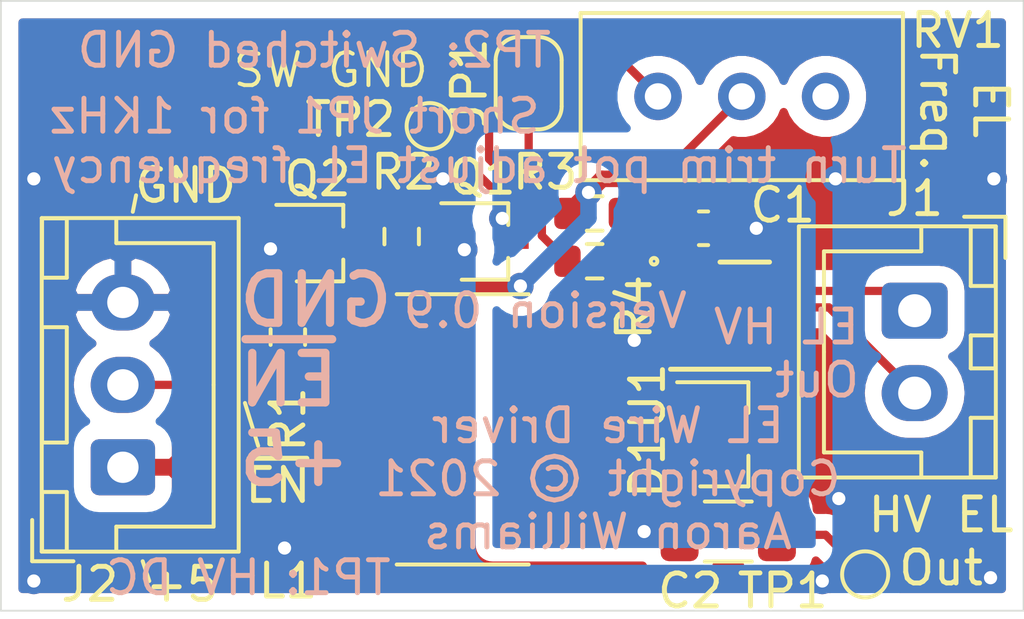
<source format=kicad_pcb>
(kicad_pcb (version 20171130) (host pcbnew 5.1.8-5.1.8)

  (general
    (thickness 1.6)
    (drawings 22)
    (tracks 98)
    (zones 0)
    (modules 17)
    (nets 15)
  )

  (page A4)
  (layers
    (0 F.Cu signal)
    (31 B.Cu signal)
    (32 B.Adhes user)
    (33 F.Adhes user)
    (34 B.Paste user)
    (35 F.Paste user)
    (36 B.SilkS user)
    (37 F.SilkS user)
    (38 B.Mask user)
    (39 F.Mask user)
    (40 Dwgs.User user)
    (41 Cmts.User user)
    (42 Eco1.User user)
    (43 Eco2.User user)
    (44 Edge.Cuts user)
    (45 Margin user)
    (46 B.CrtYd user)
    (47 F.CrtYd user)
    (48 B.Fab user hide)
    (49 F.Fab user hide)
  )

  (setup
    (last_trace_width 0.25)
    (user_trace_width 0.25)
    (user_trace_width 0.5)
    (trace_clearance 0.2)
    (zone_clearance 0.508)
    (zone_45_only no)
    (trace_min 0.2)
    (via_size 0.8)
    (via_drill 0.4)
    (via_min_size 0.4)
    (via_min_drill 0.3)
    (user_via 0.8 0.4)
    (uvia_size 0.3)
    (uvia_drill 0.1)
    (uvias_allowed no)
    (uvia_min_size 0.2)
    (uvia_min_drill 0.1)
    (edge_width 0.05)
    (segment_width 0.2)
    (pcb_text_width 0.3)
    (pcb_text_size 1.5 1.5)
    (mod_edge_width 0.12)
    (mod_text_size 1 1)
    (mod_text_width 0.15)
    (pad_size 1.524 1.524)
    (pad_drill 0.762)
    (pad_to_mask_clearance 0)
    (aux_axis_origin 0 0)
    (visible_elements FFFFFF7F)
    (pcbplotparams
      (layerselection 0x010fc_ffffffff)
      (usegerberextensions false)
      (usegerberattributes true)
      (usegerberadvancedattributes true)
      (creategerberjobfile true)
      (excludeedgelayer true)
      (linewidth 0.150000)
      (plotframeref false)
      (viasonmask false)
      (mode 1)
      (useauxorigin false)
      (hpglpennumber 1)
      (hpglpenspeed 20)
      (hpglpendiameter 15.000000)
      (psnegative false)
      (psa4output false)
      (plotreference true)
      (plotvalue true)
      (plotinvisibletext false)
      (padsonsilk false)
      (subtractmaskfromsilk false)
      (outputformat 1)
      (mirror false)
      (drillshape 1)
      (scaleselection 1)
      (outputdirectory ""))
  )

  (net 0 "")
  (net 1 /SW_GND)
  (net 2 +5V)
  (net 3 /CS)
  (net 4 "Net-(D1-Pad2)")
  (net 5 /SW)
  (net 6 /EK_VB)
  (net 7 /EL_VA)
  (net 8 GND)
  (net 9 /~EN)
  (net 10 "Net-(R3-Pad1)")
  (net 11 "Net-(R4-Pad1)")
  (net 12 /EN)
  (net 13 "Net-(JP1-Pad2)")
  (net 14 "Net-(RV1-Pad1)")

  (net_class Default "This is the default net class."
    (clearance 0.2)
    (trace_width 0.25)
    (via_dia 0.8)
    (via_drill 0.4)
    (uvia_dia 0.3)
    (uvia_drill 0.1)
    (add_net +5V)
    (add_net /CS)
    (add_net /EK_VB)
    (add_net /EL_VA)
    (add_net /EN)
    (add_net /SW)
    (add_net /SW_GND)
    (add_net /~EN)
    (add_net GND)
    (add_net "Net-(D1-Pad2)")
    (add_net "Net-(JP1-Pad2)")
    (add_net "Net-(R3-Pad1)")
    (add_net "Net-(R4-Pad1)")
    (add_net "Net-(RV1-Pad1)")
  )

  (net_class Power ""
    (clearance 0.2)
    (trace_width 0.5)
    (via_dia 0.8)
    (via_drill 0.4)
    (uvia_dia 0.3)
    (uvia_drill 0.1)
  )

  (module TestPoint:TestPoint_Pad_D1.0mm (layer F.Cu) (tedit 5A0F774F) (tstamp 5FF0708F)
    (at 82 49.3)
    (descr "SMD pad as test Point, diameter 1.0mm")
    (tags "test point SMD pad")
    (path /5FF67120)
    (attr virtual)
    (fp_text reference TP2 (at -2.4 -0.2) (layer F.SilkS)
      (effects (font (size 1 1) (thickness 0.15)))
    )
    (fp_text value TestPoint_Small (at 0 1.55) (layer F.Fab)
      (effects (font (size 1 1) (thickness 0.15)))
    )
    (fp_text user %R (at 0 -1.45) (layer F.Fab)
      (effects (font (size 1 1) (thickness 0.15)))
    )
    (fp_circle (center 0 0) (end 1 0) (layer F.CrtYd) (width 0.05))
    (fp_circle (center 0 0) (end 0 0.7) (layer F.SilkS) (width 0.12))
    (pad 1 smd circle (at 0 0) (size 1 1) (layers F.Cu F.Mask)
      (net 1 /SW_GND))
  )

  (module TestPoint:TestPoint_Pad_D1.0mm (layer F.Cu) (tedit 5A0F774F) (tstamp 5FF07087)
    (at 95.2 62.9)
    (descr "SMD pad as test Point, diameter 1.0mm")
    (tags "test point SMD pad")
    (path /5FF6882D)
    (attr virtual)
    (fp_text reference TP1 (at -2.5 0.5) (layer F.SilkS)
      (effects (font (size 1 1) (thickness 0.15)))
    )
    (fp_text value TestPoint_Small (at 0 1.55) (layer F.Fab)
      (effects (font (size 1 1) (thickness 0.15)))
    )
    (fp_text user %R (at 0 -1.45) (layer F.Fab)
      (effects (font (size 1 1) (thickness 0.15)))
    )
    (fp_circle (center 0 0) (end 1 0) (layer F.CrtYd) (width 0.05))
    (fp_circle (center 0 0) (end 0 0.7) (layer F.SilkS) (width 0.12))
    (pad 1 smd circle (at 0 0) (size 1 1) (layers F.Cu F.Mask)
      (net 3 /CS))
  )

  (module Potentiometer_THT:Potentiometer_Bourns_3296W_Vertical (layer F.Cu) (tedit 5A3D4994) (tstamp 5FF067D6)
    (at 94 48.4)
    (descr "Potentiometer, vertical, Bourns 3296W, https://www.bourns.com/pdfs/3296.pdf")
    (tags "Potentiometer vertical Bourns 3296W")
    (path /5FF5A1B6)
    (fp_text reference RV1 (at 4 -2 180) (layer F.SilkS)
      (effects (font (size 1 1) (thickness 0.15)))
    )
    (fp_text value 1.2M (at -2.5 -1.5) (layer F.Fab)
      (effects (font (size 1 1) (thickness 0.15)))
    )
    (fp_text user %R (at -2 1.5) (layer F.Fab)
      (effects (font (size 1 1) (thickness 0.15)))
    )
    (fp_circle (center 0.955 1.15) (end 2.05 1.15) (layer F.Fab) (width 0.1))
    (fp_line (start -7.305 -2.41) (end -7.305 2.42) (layer F.Fab) (width 0.1))
    (fp_line (start -7.305 2.42) (end 2.225 2.42) (layer F.Fab) (width 0.1))
    (fp_line (start 2.225 2.42) (end 2.225 -2.41) (layer F.Fab) (width 0.1))
    (fp_line (start 2.225 -2.41) (end -7.305 -2.41) (layer F.Fab) (width 0.1))
    (fp_line (start 0.955 2.235) (end 0.956 0.066) (layer F.Fab) (width 0.1))
    (fp_line (start 0.955 2.235) (end 0.956 0.066) (layer F.Fab) (width 0.1))
    (fp_line (start -7.425 -2.53) (end 2.345 -2.53) (layer F.SilkS) (width 0.12))
    (fp_line (start -7.425 2.54) (end 2.345 2.54) (layer F.SilkS) (width 0.12))
    (fp_line (start -7.425 -2.53) (end -7.425 2.54) (layer F.SilkS) (width 0.12))
    (fp_line (start 2.345 -2.53) (end 2.345 2.54) (layer F.SilkS) (width 0.12))
    (fp_line (start -7.6 -2.7) (end -7.6 2.7) (layer F.CrtYd) (width 0.05))
    (fp_line (start -7.6 2.7) (end 2.5 2.7) (layer F.CrtYd) (width 0.05))
    (fp_line (start 2.5 2.7) (end 2.5 -2.7) (layer F.CrtYd) (width 0.05))
    (fp_line (start 2.5 -2.7) (end -7.6 -2.7) (layer F.CrtYd) (width 0.05))
    (pad 3 thru_hole circle (at -5.08 0) (size 1.44 1.44) (drill 0.8) (layers *.Cu *.Mask)
      (net 13 "Net-(JP1-Pad2)"))
    (pad 2 thru_hole circle (at -2.54 0) (size 1.44 1.44) (drill 0.8) (layers *.Cu *.Mask)
      (net 2 +5V))
    (pad 1 thru_hole circle (at 0 0) (size 1.44 1.44) (drill 0.8) (layers *.Cu *.Mask)
      (net 14 "Net-(RV1-Pad1)"))
    (model ${KISYS3DMOD}/Potentiometer_THT.3dshapes/Potentiometer_Bourns_3296W_Vertical.wrl
      (at (xyz 0 0 0))
      (scale (xyz 1 1 1))
      (rotate (xyz 0 0 0))
    )
  )

  (module Jumper:SolderJumper-2_P1.3mm_Open_RoundedPad1.0x1.5mm (layer F.Cu) (tedit 5B391E66) (tstamp 5FF06591)
    (at 85 48 90)
    (descr "SMD Solder Jumper, 1x1.5mm, rounded Pads, 0.3mm gap, open")
    (tags "solder jumper open")
    (path /5FF5DB43)
    (attr virtual)
    (fp_text reference JP1 (at 0 -1.8 90) (layer F.SilkS)
      (effects (font (size 1 1) (thickness 0.15)))
    )
    (fp_text value Jumper_NO_Small (at 2.5 -5 180) (layer F.Fab)
      (effects (font (size 1 1) (thickness 0.15)))
    )
    (fp_arc (start -0.7 -0.3) (end -0.7 -1) (angle -90) (layer F.SilkS) (width 0.12))
    (fp_arc (start -0.7 0.3) (end -1.4 0.3) (angle -90) (layer F.SilkS) (width 0.12))
    (fp_arc (start 0.7 0.3) (end 0.7 1) (angle -90) (layer F.SilkS) (width 0.12))
    (fp_arc (start 0.7 -0.3) (end 1.4 -0.3) (angle -90) (layer F.SilkS) (width 0.12))
    (fp_line (start -1.4 0.3) (end -1.4 -0.3) (layer F.SilkS) (width 0.12))
    (fp_line (start 0.7 1) (end -0.7 1) (layer F.SilkS) (width 0.12))
    (fp_line (start 1.4 -0.3) (end 1.4 0.3) (layer F.SilkS) (width 0.12))
    (fp_line (start -0.7 -1) (end 0.7 -1) (layer F.SilkS) (width 0.12))
    (fp_line (start -1.65 -1.25) (end 1.65 -1.25) (layer F.CrtYd) (width 0.05))
    (fp_line (start -1.65 -1.25) (end -1.65 1.25) (layer F.CrtYd) (width 0.05))
    (fp_line (start 1.65 1.25) (end 1.65 -1.25) (layer F.CrtYd) (width 0.05))
    (fp_line (start 1.65 1.25) (end -1.65 1.25) (layer F.CrtYd) (width 0.05))
    (pad 2 smd custom (at 0.65 0 90) (size 1 0.5) (layers F.Cu F.Mask)
      (net 13 "Net-(JP1-Pad2)") (zone_connect 2)
      (options (clearance outline) (anchor rect))
      (primitives
        (gr_circle (center 0 0.25) (end 0.5 0.25) (width 0))
        (gr_circle (center 0 -0.25) (end 0.5 -0.25) (width 0))
        (gr_poly (pts
           (xy 0 -0.75) (xy -0.5 -0.75) (xy -0.5 0.75) (xy 0 0.75)) (width 0))
      ))
    (pad 1 smd custom (at -0.65 0 90) (size 1 0.5) (layers F.Cu F.Mask)
      (net 2 +5V) (zone_connect 2)
      (options (clearance outline) (anchor rect))
      (primitives
        (gr_circle (center 0 0.25) (end 0.5 0.25) (width 0))
        (gr_circle (center 0 -0.25) (end 0.5 -0.25) (width 0))
        (gr_poly (pts
           (xy 0 -0.75) (xy 0.5 -0.75) (xy 0.5 0.75) (xy 0 0.75)) (width 0))
      ))
  )

  (module Package_DFN_QFN:DFN-8-1EP_3x3mm_P0.5mm_EP1.66x2.38mm (layer F.Cu) (tedit 5EA4BDD8) (tstamp 5FF0364D)
    (at 90.8 55.05)
    (descr "DD Package; 8-Lead Plastic DFN (3mm x 3mm) (see Linear Technology DFN_8_05-08-1698.pdf)")
    (tags "DFN 0.5")
    (path /5FF2E929)
    (attr smd)
    (fp_text reference U1 (at -2.2 2.45 90) (layer F.SilkS)
      (effects (font (size 1 1) (thickness 0.15)))
    )
    (fp_text value MIC4832 (at 3.3 1.65 90) (layer F.Fab)
      (effects (font (size 1 1) (thickness 0.15)))
    )
    (fp_text user %R (at 0 0) (layer F.Fab)
      (effects (font (size 0.7 0.7) (thickness 0.105)))
    )
    (fp_line (start -0.5 -1.5) (end 1.5 -1.5) (layer F.Fab) (width 0.15))
    (fp_line (start 1.5 -1.5) (end 1.5 1.5) (layer F.Fab) (width 0.15))
    (fp_line (start 1.5 1.5) (end -1.5 1.5) (layer F.Fab) (width 0.15))
    (fp_line (start -1.5 1.5) (end -1.5 -0.5) (layer F.Fab) (width 0.15))
    (fp_line (start -1.5 -0.5) (end -0.5 -1.5) (layer F.Fab) (width 0.15))
    (fp_line (start -2 -1.8) (end -2 1.8) (layer F.CrtYd) (width 0.05))
    (fp_line (start 2 -1.8) (end 2 1.8) (layer F.CrtYd) (width 0.05))
    (fp_line (start -2 -1.8) (end 2 -1.8) (layer F.CrtYd) (width 0.05))
    (fp_line (start -2 1.8) (end 2 1.8) (layer F.CrtYd) (width 0.05))
    (fp_line (start -1.5 1.625) (end 1.5 1.625) (layer F.SilkS) (width 0.15))
    (fp_line (start 0 -1.625) (end 1.5 -1.625) (layer F.SilkS) (width 0.15))
    (pad "" smd rect (at -0.415 -0.595) (size 0.64 1) (layers F.Paste))
    (pad "" smd rect (at 0.415 -0.595) (size 0.64 1) (layers F.Paste))
    (pad "" smd rect (at -0.415 0.595) (size 0.64 1) (layers F.Paste))
    (pad 9 smd rect (at 0 0) (size 1.66 2.38) (layers F.Cu F.Mask))
    (pad "" smd rect (at 0.415 0.595) (size 0.64 1) (layers F.Paste))
    (pad 8 smd rect (at 1.4 -0.75) (size 0.7 0.25) (layers F.Cu F.Paste F.Mask)
      (net 7 /EL_VA))
    (pad 7 smd rect (at 1.4 -0.25) (size 0.7 0.25) (layers F.Cu F.Paste F.Mask)
      (net 6 /EK_VB))
    (pad 6 smd rect (at 1.4 0.25) (size 0.7 0.25) (layers F.Cu F.Paste F.Mask)
      (net 3 /CS))
    (pad 5 smd rect (at 1.4 0.75) (size 0.7 0.25) (layers F.Cu F.Paste F.Mask)
      (net 5 /SW))
    (pad 4 smd rect (at -1.4 0.75) (size 0.7 0.25) (layers F.Cu F.Paste F.Mask)
      (net 1 /SW_GND))
    (pad 3 smd rect (at -1.4 0.25) (size 0.7 0.25) (layers F.Cu F.Paste F.Mask)
      (net 11 "Net-(R4-Pad1)"))
    (pad 2 smd rect (at -1.4 -0.25) (size 0.7 0.25) (layers F.Cu F.Paste F.Mask)
      (net 10 "Net-(R3-Pad1)"))
    (pad 1 smd rect (at -1.4 -0.75) (size 0.7 0.25) (layers F.Cu F.Paste F.Mask)
      (net 2 +5V))
    (model ${KISYS3DMOD}/Package_DFN_QFN.3dshapes/DFN-8-1EP_3x3mm_P0.5mm_EP1.66x2.38mm.wrl
      (at (xyz 0 0 0))
      (scale (xyz 1 1 1))
      (rotate (xyz 0 0 0))
    )
  )

  (module Resistor_SMD:R_0603_1608Metric (layer F.Cu) (tedit 5F68FEEE) (tstamp 5FF03630)
    (at 87 53.4 180)
    (descr "Resistor SMD 0603 (1608 Metric), square (rectangular) end terminal, IPC_7351 nominal, (Body size source: IPC-SM-782 page 72, https://www.pcb-3d.com/wordpress/wp-content/uploads/ipc-sm-782a_amendment_1_and_2.pdf), generated with kicad-footprint-generator")
    (tags resistor)
    (path /5FF35A74)
    (attr smd)
    (fp_text reference R4 (at -1.2 -1.4 90) (layer F.SilkS)
      (effects (font (size 1 1) (thickness 0.15)))
    )
    (fp_text value 360K (at -4.1 2.9) (layer F.Fab)
      (effects (font (size 1 1) (thickness 0.15)))
    )
    (fp_text user %R (at 0 0) (layer F.Fab)
      (effects (font (size 0.4 0.4) (thickness 0.06)))
    )
    (fp_line (start -0.8 0.4125) (end -0.8 -0.4125) (layer F.Fab) (width 0.1))
    (fp_line (start -0.8 -0.4125) (end 0.8 -0.4125) (layer F.Fab) (width 0.1))
    (fp_line (start 0.8 -0.4125) (end 0.8 0.4125) (layer F.Fab) (width 0.1))
    (fp_line (start 0.8 0.4125) (end -0.8 0.4125) (layer F.Fab) (width 0.1))
    (fp_line (start -0.237258 -0.5225) (end 0.237258 -0.5225) (layer F.SilkS) (width 0.12))
    (fp_line (start -0.237258 0.5225) (end 0.237258 0.5225) (layer F.SilkS) (width 0.12))
    (fp_line (start -1.48 0.73) (end -1.48 -0.73) (layer F.CrtYd) (width 0.05))
    (fp_line (start -1.48 -0.73) (end 1.48 -0.73) (layer F.CrtYd) (width 0.05))
    (fp_line (start 1.48 -0.73) (end 1.48 0.73) (layer F.CrtYd) (width 0.05))
    (fp_line (start 1.48 0.73) (end -1.48 0.73) (layer F.CrtYd) (width 0.05))
    (pad 2 smd roundrect (at 0.825 0 180) (size 0.8 0.95) (layers F.Cu F.Paste F.Mask) (roundrect_rratio 0.25)
      (net 13 "Net-(JP1-Pad2)"))
    (pad 1 smd roundrect (at -0.825 0 180) (size 0.8 0.95) (layers F.Cu F.Paste F.Mask) (roundrect_rratio 0.25)
      (net 11 "Net-(R4-Pad1)"))
    (model ${KISYS3DMOD}/Resistor_SMD.3dshapes/R_0603_1608Metric.wrl
      (at (xyz 0 0 0))
      (scale (xyz 1 1 1))
      (rotate (xyz 0 0 0))
    )
  )

  (module Resistor_SMD:R_0603_1608Metric (layer F.Cu) (tedit 5F68FEEE) (tstamp 5FF0361F)
    (at 87 51.95 180)
    (descr "Resistor SMD 0603 (1608 Metric), square (rectangular) end terminal, IPC_7351 nominal, (Body size source: IPC-SM-782 page 72, https://www.pcb-3d.com/wordpress/wp-content/uploads/ipc-sm-782a_amendment_1_and_2.pdf), generated with kicad-footprint-generator")
    (tags resistor)
    (path /5FF351E7)
    (attr smd)
    (fp_text reference R3 (at 1.5 1.25) (layer F.SilkS)
      (effects (font (size 1 1) (thickness 0.15)))
    )
    (fp_text value 332K (at 0 1.43) (layer F.Fab)
      (effects (font (size 1 1) (thickness 0.15)))
    )
    (fp_text user %R (at 0 0) (layer F.Fab)
      (effects (font (size 0.4 0.4) (thickness 0.06)))
    )
    (fp_line (start -0.8 0.4125) (end -0.8 -0.4125) (layer F.Fab) (width 0.1))
    (fp_line (start -0.8 -0.4125) (end 0.8 -0.4125) (layer F.Fab) (width 0.1))
    (fp_line (start 0.8 -0.4125) (end 0.8 0.4125) (layer F.Fab) (width 0.1))
    (fp_line (start 0.8 0.4125) (end -0.8 0.4125) (layer F.Fab) (width 0.1))
    (fp_line (start -0.237258 -0.5225) (end 0.237258 -0.5225) (layer F.SilkS) (width 0.12))
    (fp_line (start -0.237258 0.5225) (end 0.237258 0.5225) (layer F.SilkS) (width 0.12))
    (fp_line (start -1.48 0.73) (end -1.48 -0.73) (layer F.CrtYd) (width 0.05))
    (fp_line (start -1.48 -0.73) (end 1.48 -0.73) (layer F.CrtYd) (width 0.05))
    (fp_line (start 1.48 -0.73) (end 1.48 0.73) (layer F.CrtYd) (width 0.05))
    (fp_line (start 1.48 0.73) (end -1.48 0.73) (layer F.CrtYd) (width 0.05))
    (pad 2 smd roundrect (at 0.825 0 180) (size 0.8 0.95) (layers F.Cu F.Paste F.Mask) (roundrect_rratio 0.25)
      (net 2 +5V))
    (pad 1 smd roundrect (at -0.825 0 180) (size 0.8 0.95) (layers F.Cu F.Paste F.Mask) (roundrect_rratio 0.25)
      (net 10 "Net-(R3-Pad1)"))
    (model ${KISYS3DMOD}/Resistor_SMD.3dshapes/R_0603_1608Metric.wrl
      (at (xyz 0 0 0))
      (scale (xyz 1 1 1))
      (rotate (xyz 0 0 0))
    )
  )

  (module Resistor_SMD:R_0603_1608Metric (layer F.Cu) (tedit 5F68FEEE) (tstamp 5FF0360E)
    (at 81.15 52.65 270)
    (descr "Resistor SMD 0603 (1608 Metric), square (rectangular) end terminal, IPC_7351 nominal, (Body size source: IPC-SM-782 page 72, https://www.pcb-3d.com/wordpress/wp-content/uploads/ipc-sm-782a_amendment_1_and_2.pdf), generated with kicad-footprint-generator")
    (tags resistor)
    (path /5FF3C246)
    (attr smd)
    (fp_text reference R2 (at -1.95 -0.05 180) (layer F.SilkS)
      (effects (font (size 1 1) (thickness 0.15)))
    )
    (fp_text value 1M (at 0 1.43 90) (layer F.Fab)
      (effects (font (size 1 1) (thickness 0.15)))
    )
    (fp_text user %R (at 0 0 90) (layer F.Fab)
      (effects (font (size 0.4 0.4) (thickness 0.06)))
    )
    (fp_line (start -0.8 0.4125) (end -0.8 -0.4125) (layer F.Fab) (width 0.1))
    (fp_line (start -0.8 -0.4125) (end 0.8 -0.4125) (layer F.Fab) (width 0.1))
    (fp_line (start 0.8 -0.4125) (end 0.8 0.4125) (layer F.Fab) (width 0.1))
    (fp_line (start 0.8 0.4125) (end -0.8 0.4125) (layer F.Fab) (width 0.1))
    (fp_line (start -0.237258 -0.5225) (end 0.237258 -0.5225) (layer F.SilkS) (width 0.12))
    (fp_line (start -0.237258 0.5225) (end 0.237258 0.5225) (layer F.SilkS) (width 0.12))
    (fp_line (start -1.48 0.73) (end -1.48 -0.73) (layer F.CrtYd) (width 0.05))
    (fp_line (start -1.48 -0.73) (end 1.48 -0.73) (layer F.CrtYd) (width 0.05))
    (fp_line (start 1.48 -0.73) (end 1.48 0.73) (layer F.CrtYd) (width 0.05))
    (fp_line (start 1.48 0.73) (end -1.48 0.73) (layer F.CrtYd) (width 0.05))
    (pad 2 smd roundrect (at 0.825 0 270) (size 0.8 0.95) (layers F.Cu F.Paste F.Mask) (roundrect_rratio 0.25)
      (net 2 +5V))
    (pad 1 smd roundrect (at -0.825 0 270) (size 0.8 0.95) (layers F.Cu F.Paste F.Mask) (roundrect_rratio 0.25)
      (net 12 /EN))
    (model ${KISYS3DMOD}/Resistor_SMD.3dshapes/R_0603_1608Metric.wrl
      (at (xyz 0 0 0))
      (scale (xyz 1 1 1))
      (rotate (xyz 0 0 0))
    )
  )

  (module Resistor_SMD:R_0603_1608Metric (layer F.Cu) (tedit 5F68FEEE) (tstamp 5FF035FD)
    (at 77.7 55.7 270)
    (descr "Resistor SMD 0603 (1608 Metric), square (rectangular) end terminal, IPC_7351 nominal, (Body size source: IPC-SM-782 page 72, https://www.pcb-3d.com/wordpress/wp-content/uploads/ipc-sm-782a_amendment_1_and_2.pdf), generated with kicad-footprint-generator")
    (tags resistor)
    (path /5FF3D5C0)
    (attr smd)
    (fp_text reference R1 (at 2.5 0 90) (layer F.SilkS)
      (effects (font (size 1 1) (thickness 0.15)))
    )
    (fp_text value 1M (at 0 1.4 90) (layer F.Fab)
      (effects (font (size 1 1) (thickness 0.15)))
    )
    (fp_text user %R (at 0 0 90) (layer F.Fab)
      (effects (font (size 0.4 0.4) (thickness 0.06)))
    )
    (fp_line (start -0.8 0.4125) (end -0.8 -0.4125) (layer F.Fab) (width 0.1))
    (fp_line (start -0.8 -0.4125) (end 0.8 -0.4125) (layer F.Fab) (width 0.1))
    (fp_line (start 0.8 -0.4125) (end 0.8 0.4125) (layer F.Fab) (width 0.1))
    (fp_line (start 0.8 0.4125) (end -0.8 0.4125) (layer F.Fab) (width 0.1))
    (fp_line (start -0.237258 -0.5225) (end 0.237258 -0.5225) (layer F.SilkS) (width 0.12))
    (fp_line (start -0.237258 0.5225) (end 0.237258 0.5225) (layer F.SilkS) (width 0.12))
    (fp_line (start -1.48 0.73) (end -1.48 -0.73) (layer F.CrtYd) (width 0.05))
    (fp_line (start -1.48 -0.73) (end 1.48 -0.73) (layer F.CrtYd) (width 0.05))
    (fp_line (start 1.48 -0.73) (end 1.48 0.73) (layer F.CrtYd) (width 0.05))
    (fp_line (start 1.48 0.73) (end -1.48 0.73) (layer F.CrtYd) (width 0.05))
    (pad 2 smd roundrect (at 0.825 0 270) (size 0.8 0.95) (layers F.Cu F.Paste F.Mask) (roundrect_rratio 0.25)
      (net 2 +5V))
    (pad 1 smd roundrect (at -0.825 0 270) (size 0.8 0.95) (layers F.Cu F.Paste F.Mask) (roundrect_rratio 0.25)
      (net 9 /~EN))
    (model ${KISYS3DMOD}/Resistor_SMD.3dshapes/R_0603_1608Metric.wrl
      (at (xyz 0 0 0))
      (scale (xyz 1 1 1))
      (rotate (xyz 0 0 0))
    )
  )

  (module Package_TO_SOT_SMD:SOT-323_SC-70 (layer F.Cu) (tedit 5A02FF57) (tstamp 5FF035EC)
    (at 78.65 52.85)
    (descr "SOT-323, SC-70")
    (tags "SOT-323 SC-70")
    (path /5FF39A72)
    (attr smd)
    (fp_text reference Q2 (at -0.05 -1.95) (layer F.SilkS)
      (effects (font (size 1 1) (thickness 0.15)))
    )
    (fp_text value BSS214NW (at -3.15 -3.85) (layer F.Fab)
      (effects (font (size 1 1) (thickness 0.15)))
    )
    (fp_text user %R (at 0 0 90) (layer F.Fab)
      (effects (font (size 0.5 0.5) (thickness 0.075)))
    )
    (fp_line (start 0.73 0.5) (end 0.73 1.16) (layer F.SilkS) (width 0.12))
    (fp_line (start 0.73 -1.16) (end 0.73 -0.5) (layer F.SilkS) (width 0.12))
    (fp_line (start 1.7 1.3) (end -1.7 1.3) (layer F.CrtYd) (width 0.05))
    (fp_line (start 1.7 -1.3) (end 1.7 1.3) (layer F.CrtYd) (width 0.05))
    (fp_line (start -1.7 -1.3) (end 1.7 -1.3) (layer F.CrtYd) (width 0.05))
    (fp_line (start -1.7 1.3) (end -1.7 -1.3) (layer F.CrtYd) (width 0.05))
    (fp_line (start 0.73 -1.16) (end -1.3 -1.16) (layer F.SilkS) (width 0.12))
    (fp_line (start -0.68 1.16) (end 0.73 1.16) (layer F.SilkS) (width 0.12))
    (fp_line (start 0.67 -1.1) (end -0.18 -1.1) (layer F.Fab) (width 0.1))
    (fp_line (start -0.68 -0.6) (end -0.68 1.1) (layer F.Fab) (width 0.1))
    (fp_line (start 0.67 -1.1) (end 0.67 1.1) (layer F.Fab) (width 0.1))
    (fp_line (start 0.67 1.1) (end -0.68 1.1) (layer F.Fab) (width 0.1))
    (fp_line (start -0.18 -1.1) (end -0.68 -0.6) (layer F.Fab) (width 0.1))
    (pad 3 smd rect (at 1 0 270) (size 0.45 0.7) (layers F.Cu F.Paste F.Mask)
      (net 12 /EN))
    (pad 2 smd rect (at -1 0.65 270) (size 0.45 0.7) (layers F.Cu F.Paste F.Mask)
      (net 8 GND))
    (pad 1 smd rect (at -1 -0.65 270) (size 0.45 0.7) (layers F.Cu F.Paste F.Mask)
      (net 9 /~EN))
    (model ${KISYS3DMOD}/Package_TO_SOT_SMD.3dshapes/SOT-323_SC-70.wrl
      (at (xyz 0 0 0))
      (scale (xyz 1 1 1))
      (rotate (xyz 0 0 0))
    )
  )

  (module Package_TO_SOT_SMD:SOT-323_SC-70 (layer F.Cu) (tedit 5A02FF57) (tstamp 5FF035D7)
    (at 83.65 52.8)
    (descr "SOT-323, SC-70")
    (tags "SOT-323 SC-70")
    (path /5FF3809B)
    (attr smd)
    (fp_text reference Q1 (at -0.05 -1.95) (layer F.SilkS)
      (effects (font (size 1 1) (thickness 0.15)))
    )
    (fp_text value BSS214NW (at 0.15 -3.8) (layer F.Fab)
      (effects (font (size 1 1) (thickness 0.15)))
    )
    (fp_text user %R (at 0 0 90) (layer F.Fab)
      (effects (font (size 0.5 0.5) (thickness 0.075)))
    )
    (fp_line (start 0.73 0.5) (end 0.73 1.16) (layer F.SilkS) (width 0.12))
    (fp_line (start 0.73 -1.16) (end 0.73 -0.5) (layer F.SilkS) (width 0.12))
    (fp_line (start 1.7 1.3) (end -1.7 1.3) (layer F.CrtYd) (width 0.05))
    (fp_line (start 1.7 -1.3) (end 1.7 1.3) (layer F.CrtYd) (width 0.05))
    (fp_line (start -1.7 -1.3) (end 1.7 -1.3) (layer F.CrtYd) (width 0.05))
    (fp_line (start -1.7 1.3) (end -1.7 -1.3) (layer F.CrtYd) (width 0.05))
    (fp_line (start 0.73 -1.16) (end -1.3 -1.16) (layer F.SilkS) (width 0.12))
    (fp_line (start -0.68 1.16) (end 0.73 1.16) (layer F.SilkS) (width 0.12))
    (fp_line (start 0.67 -1.1) (end -0.18 -1.1) (layer F.Fab) (width 0.1))
    (fp_line (start -0.68 -0.6) (end -0.68 1.1) (layer F.Fab) (width 0.1))
    (fp_line (start 0.67 -1.1) (end 0.67 1.1) (layer F.Fab) (width 0.1))
    (fp_line (start 0.67 1.1) (end -0.68 1.1) (layer F.Fab) (width 0.1))
    (fp_line (start -0.18 -1.1) (end -0.68 -0.6) (layer F.Fab) (width 0.1))
    (pad 3 smd rect (at 1 0 270) (size 0.45 0.7) (layers F.Cu F.Paste F.Mask)
      (net 1 /SW_GND))
    (pad 2 smd rect (at -1 0.65 270) (size 0.45 0.7) (layers F.Cu F.Paste F.Mask)
      (net 8 GND))
    (pad 1 smd rect (at -1 -0.65 270) (size 0.45 0.7) (layers F.Cu F.Paste F.Mask)
      (net 12 /EN))
    (model ${KISYS3DMOD}/Package_TO_SOT_SMD.3dshapes/SOT-323_SC-70.wrl
      (at (xyz 0 0 0))
      (scale (xyz 1 1 1))
      (rotate (xyz 0 0 0))
    )
  )

  (module Inductor_SMD:L_Bourns_SRN8040TA (layer F.Cu) (tedit 5C4EBC60) (tstamp 5FF03BCE)
    (at 83 58.5)
    (descr https://www.bourns.com/docs/product-datasheets/srn8040ta.pdf)
    (tags Inductor)
    (path /5FF2A9AC)
    (attr smd)
    (fp_text reference L1 (at -5.3 4.6 180) (layer F.SilkS)
      (effects (font (size 1 1) (thickness 0.15)))
    )
    (fp_text value 220uH (at 0.1 5.2) (layer F.Fab)
      (effects (font (size 1 1) (thickness 0.15)))
    )
    (fp_text user %R (at 0 0) (layer F.Fab)
      (effects (font (size 1 1) (thickness 0.15)))
    )
    (fp_line (start 4.5 -4.25) (end -4.5 -4.25) (layer F.CrtYd) (width 0.05))
    (fp_line (start -4.5 -4.25) (end -4.5 4.25) (layer F.CrtYd) (width 0.05))
    (fp_line (start -4.5 4.25) (end 4.5 4.25) (layer F.CrtYd) (width 0.05))
    (fp_line (start 4.5 4.25) (end 4.5 -4.25) (layer F.CrtYd) (width 0.05))
    (fp_line (start 2 -4.1) (end -2 -4.1) (layer F.SilkS) (width 0.12))
    (fp_line (start 2 4.1) (end -2 4.1) (layer F.SilkS) (width 0.12))
    (fp_line (start 1.6 -4) (end 2.3 -3.3) (layer F.Fab) (width 0.1))
    (fp_line (start 2.3 -3.3) (end 4 -3.3) (layer F.Fab) (width 0.1))
    (fp_line (start 4 -3.3) (end 4 3.3) (layer F.Fab) (width 0.1))
    (fp_line (start 1.6 4) (end 2.3 3.3) (layer F.Fab) (width 0.1))
    (fp_line (start 2.3 3.3) (end 4 3.3) (layer F.Fab) (width 0.1))
    (fp_line (start 1.6 4) (end -1.6 4) (layer F.Fab) (width 0.1))
    (fp_line (start -1.6 4) (end -2.3 3.3) (layer F.Fab) (width 0.1))
    (fp_line (start -2.3 3.3) (end -4 3.3) (layer F.Fab) (width 0.1))
    (fp_line (start -4 3.3) (end -4 -3.3) (layer F.Fab) (width 0.1))
    (fp_line (start 1.6 -4) (end -1.6 -4) (layer F.Fab) (width 0.1))
    (fp_line (start -1.6 -4) (end -2.3 -3.3) (layer F.Fab) (width 0.1))
    (fp_line (start -2.3 -3.3) (end -4 -3.3) (layer F.Fab) (width 0.1))
    (pad 2 smd rect (at 2.825 0 270) (size 6.6 2.85) (layers F.Cu F.Paste F.Mask)
      (net 5 /SW))
    (pad 1 smd rect (at -2.825 0 270) (size 6.6 2.85) (layers F.Cu F.Paste F.Mask)
      (net 2 +5V))
    (model ${KISYS3DMOD}/Inductor_SMD.3dshapes/L_Bourns_SRN8040TA.wrl
      (at (xyz 0 0 0))
      (scale (xyz 1 1 1))
      (rotate (xyz 0 0 0))
    )
  )

  (module Connector_JST:JST_XH_B3B-XH-A_1x03_P2.50mm_Vertical (layer F.Cu) (tedit 5C28146C) (tstamp 5FF04305)
    (at 72.7 59.65 90)
    (descr "JST XH series connector, B3B-XH-A (http://www.jst-mfg.com/product/pdf/eng/eXH.pdf), generated with kicad-footprint-generator")
    (tags "connector JST XH vertical")
    (path /5FF417E7)
    (fp_text reference J2 (at -3.55 -1 180) (layer F.SilkS)
      (effects (font (size 1 1) (thickness 0.15)))
    )
    (fp_text value Conn_01x03 (at 2.55 -4.3 90) (layer F.Fab)
      (effects (font (size 1 1) (thickness 0.15)))
    )
    (fp_text user %R (at -1.85 -1.4 180) (layer F.Fab)
      (effects (font (size 1 1) (thickness 0.15)))
    )
    (fp_line (start -2.45 -2.35) (end -2.45 3.4) (layer F.Fab) (width 0.1))
    (fp_line (start -2.45 3.4) (end 7.45 3.4) (layer F.Fab) (width 0.1))
    (fp_line (start 7.45 3.4) (end 7.45 -2.35) (layer F.Fab) (width 0.1))
    (fp_line (start 7.45 -2.35) (end -2.45 -2.35) (layer F.Fab) (width 0.1))
    (fp_line (start -2.56 -2.46) (end -2.56 3.51) (layer F.SilkS) (width 0.12))
    (fp_line (start -2.56 3.51) (end 7.56 3.51) (layer F.SilkS) (width 0.12))
    (fp_line (start 7.56 3.51) (end 7.56 -2.46) (layer F.SilkS) (width 0.12))
    (fp_line (start 7.56 -2.46) (end -2.56 -2.46) (layer F.SilkS) (width 0.12))
    (fp_line (start -2.95 -2.85) (end -2.95 3.9) (layer F.CrtYd) (width 0.05))
    (fp_line (start -2.95 3.9) (end 7.95 3.9) (layer F.CrtYd) (width 0.05))
    (fp_line (start 7.95 3.9) (end 7.95 -2.85) (layer F.CrtYd) (width 0.05))
    (fp_line (start 7.95 -2.85) (end -2.95 -2.85) (layer F.CrtYd) (width 0.05))
    (fp_line (start -0.625 -2.35) (end 0 -1.35) (layer F.Fab) (width 0.1))
    (fp_line (start 0 -1.35) (end 0.625 -2.35) (layer F.Fab) (width 0.1))
    (fp_line (start 0.75 -2.45) (end 0.75 -1.7) (layer F.SilkS) (width 0.12))
    (fp_line (start 0.75 -1.7) (end 4.25 -1.7) (layer F.SilkS) (width 0.12))
    (fp_line (start 4.25 -1.7) (end 4.25 -2.45) (layer F.SilkS) (width 0.12))
    (fp_line (start 4.25 -2.45) (end 0.75 -2.45) (layer F.SilkS) (width 0.12))
    (fp_line (start -2.55 -2.45) (end -2.55 -1.7) (layer F.SilkS) (width 0.12))
    (fp_line (start -2.55 -1.7) (end -0.75 -1.7) (layer F.SilkS) (width 0.12))
    (fp_line (start -0.75 -1.7) (end -0.75 -2.45) (layer F.SilkS) (width 0.12))
    (fp_line (start -0.75 -2.45) (end -2.55 -2.45) (layer F.SilkS) (width 0.12))
    (fp_line (start 5.75 -2.45) (end 5.75 -1.7) (layer F.SilkS) (width 0.12))
    (fp_line (start 5.75 -1.7) (end 7.55 -1.7) (layer F.SilkS) (width 0.12))
    (fp_line (start 7.55 -1.7) (end 7.55 -2.45) (layer F.SilkS) (width 0.12))
    (fp_line (start 7.55 -2.45) (end 5.75 -2.45) (layer F.SilkS) (width 0.12))
    (fp_line (start -2.55 -0.2) (end -1.8 -0.2) (layer F.SilkS) (width 0.12))
    (fp_line (start -1.8 -0.2) (end -1.8 2.75) (layer F.SilkS) (width 0.12))
    (fp_line (start -1.8 2.75) (end 2.5 2.75) (layer F.SilkS) (width 0.12))
    (fp_line (start 7.55 -0.2) (end 6.8 -0.2) (layer F.SilkS) (width 0.12))
    (fp_line (start 6.8 -0.2) (end 6.8 2.75) (layer F.SilkS) (width 0.12))
    (fp_line (start 6.8 2.75) (end 2.5 2.75) (layer F.SilkS) (width 0.12))
    (fp_line (start -1.6 -2.75) (end -2.85 -2.75) (layer F.SilkS) (width 0.12))
    (fp_line (start -2.85 -2.75) (end -2.85 -1.5) (layer F.SilkS) (width 0.12))
    (pad 3 thru_hole oval (at 5 0 90) (size 1.7 1.95) (drill 0.95) (layers *.Cu *.Mask)
      (net 8 GND))
    (pad 2 thru_hole oval (at 2.5 0 90) (size 1.7 1.95) (drill 0.95) (layers *.Cu *.Mask)
      (net 9 /~EN))
    (pad 1 thru_hole roundrect (at 0 0 90) (size 1.7 1.95) (drill 0.95) (layers *.Cu *.Mask) (roundrect_rratio 0.147059)
      (net 2 +5V))
    (model ${KISYS3DMOD}/Connector_JST.3dshapes/JST_XH_B3B-XH-A_1x03_P2.50mm_Vertical.wrl
      (at (xyz 0 0 0))
      (scale (xyz 1 1 1))
      (rotate (xyz 0 0 0))
    )
  )

  (module Connector_JST:JST_XH_B2B-XH-A_1x02_P2.50mm_Vertical (layer F.Cu) (tedit 5C28146C) (tstamp 5FF0357F)
    (at 96.7 54.9 270)
    (descr "JST XH series connector, B2B-XH-A (http://www.jst-mfg.com/product/pdf/eng/eXH.pdf), generated with kicad-footprint-generator")
    (tags "connector JST XH vertical")
    (path /5FF3F82D)
    (fp_text reference J1 (at -3.4 0 180) (layer F.SilkS)
      (effects (font (size 1 1) (thickness 0.15)))
    )
    (fp_text value Conn_01x02 (at 1 -2.1 90) (layer F.Fab)
      (effects (font (size 1 1) (thickness 0.15)))
    )
    (fp_text user %R (at 1.25 2.7 90) (layer F.Fab)
      (effects (font (size 1 1) (thickness 0.15)))
    )
    (fp_line (start -2.45 -2.35) (end -2.45 3.4) (layer F.Fab) (width 0.1))
    (fp_line (start -2.45 3.4) (end 4.95 3.4) (layer F.Fab) (width 0.1))
    (fp_line (start 4.95 3.4) (end 4.95 -2.35) (layer F.Fab) (width 0.1))
    (fp_line (start 4.95 -2.35) (end -2.45 -2.35) (layer F.Fab) (width 0.1))
    (fp_line (start -2.56 -2.46) (end -2.56 3.51) (layer F.SilkS) (width 0.12))
    (fp_line (start -2.56 3.51) (end 5.06 3.51) (layer F.SilkS) (width 0.12))
    (fp_line (start 5.06 3.51) (end 5.06 -2.46) (layer F.SilkS) (width 0.12))
    (fp_line (start 5.06 -2.46) (end -2.56 -2.46) (layer F.SilkS) (width 0.12))
    (fp_line (start -2.95 -2.85) (end -2.95 3.9) (layer F.CrtYd) (width 0.05))
    (fp_line (start -2.95 3.9) (end 5.45 3.9) (layer F.CrtYd) (width 0.05))
    (fp_line (start 5.45 3.9) (end 5.45 -2.85) (layer F.CrtYd) (width 0.05))
    (fp_line (start 5.45 -2.85) (end -2.95 -2.85) (layer F.CrtYd) (width 0.05))
    (fp_line (start -0.625 -2.35) (end 0 -1.35) (layer F.Fab) (width 0.1))
    (fp_line (start 0 -1.35) (end 0.625 -2.35) (layer F.Fab) (width 0.1))
    (fp_line (start 0.75 -2.45) (end 0.75 -1.7) (layer F.SilkS) (width 0.12))
    (fp_line (start 0.75 -1.7) (end 1.75 -1.7) (layer F.SilkS) (width 0.12))
    (fp_line (start 1.75 -1.7) (end 1.75 -2.45) (layer F.SilkS) (width 0.12))
    (fp_line (start 1.75 -2.45) (end 0.75 -2.45) (layer F.SilkS) (width 0.12))
    (fp_line (start -2.55 -2.45) (end -2.55 -1.7) (layer F.SilkS) (width 0.12))
    (fp_line (start -2.55 -1.7) (end -0.75 -1.7) (layer F.SilkS) (width 0.12))
    (fp_line (start -0.75 -1.7) (end -0.75 -2.45) (layer F.SilkS) (width 0.12))
    (fp_line (start -0.75 -2.45) (end -2.55 -2.45) (layer F.SilkS) (width 0.12))
    (fp_line (start 3.25 -2.45) (end 3.25 -1.7) (layer F.SilkS) (width 0.12))
    (fp_line (start 3.25 -1.7) (end 5.05 -1.7) (layer F.SilkS) (width 0.12))
    (fp_line (start 5.05 -1.7) (end 5.05 -2.45) (layer F.SilkS) (width 0.12))
    (fp_line (start 5.05 -2.45) (end 3.25 -2.45) (layer F.SilkS) (width 0.12))
    (fp_line (start -2.55 -0.2) (end -1.8 -0.2) (layer F.SilkS) (width 0.12))
    (fp_line (start -1.8 -0.2) (end -1.8 2.75) (layer F.SilkS) (width 0.12))
    (fp_line (start -1.8 2.75) (end 1.25 2.75) (layer F.SilkS) (width 0.12))
    (fp_line (start 5.05 -0.2) (end 4.3 -0.2) (layer F.SilkS) (width 0.12))
    (fp_line (start 4.3 -0.2) (end 4.3 2.75) (layer F.SilkS) (width 0.12))
    (fp_line (start 4.3 2.75) (end 1.25 2.75) (layer F.SilkS) (width 0.12))
    (fp_line (start -1.6 -2.75) (end -2.85 -2.75) (layer F.SilkS) (width 0.12))
    (fp_line (start -2.85 -2.75) (end -2.85 -1.5) (layer F.SilkS) (width 0.12))
    (pad 2 thru_hole oval (at 2.5 0 270) (size 1.7 2) (drill 1) (layers *.Cu *.Mask)
      (net 6 /EK_VB))
    (pad 1 thru_hole roundrect (at 0 0 270) (size 1.7 2) (drill 1) (layers *.Cu *.Mask) (roundrect_rratio 0.147059)
      (net 7 /EL_VA))
    (model ${KISYS3DMOD}/Connector_JST.3dshapes/JST_XH_B2B-XH-A_1x02_P2.50mm_Vertical.wrl
      (at (xyz 0 0 0))
      (scale (xyz 1 1 1))
      (rotate (xyz 0 0 0))
    )
  )

  (module Package_TO_SOT_SMD:SOT-23 (layer F.Cu) (tedit 5A02FF57) (tstamp 5FF03556)
    (at 90.9 58.65)
    (descr "SOT-23, Standard")
    (tags SOT-23)
    (path /5FF3053A)
    (attr smd)
    (fp_text reference D1 (at -2.3 0.95 90) (layer F.SilkS)
      (effects (font (size 1 1) (thickness 0.15)))
    )
    (fp_text value BAS20 (at -2.7 0.25 90) (layer F.Fab)
      (effects (font (size 1 1) (thickness 0.15)))
    )
    (fp_text user %R (at 0 0 90) (layer F.Fab)
      (effects (font (size 0.5 0.5) (thickness 0.075)))
    )
    (fp_line (start -0.7 -0.95) (end -0.7 1.5) (layer F.Fab) (width 0.1))
    (fp_line (start -0.15 -1.52) (end 0.7 -1.52) (layer F.Fab) (width 0.1))
    (fp_line (start -0.7 -0.95) (end -0.15 -1.52) (layer F.Fab) (width 0.1))
    (fp_line (start 0.7 -1.52) (end 0.7 1.52) (layer F.Fab) (width 0.1))
    (fp_line (start -0.7 1.52) (end 0.7 1.52) (layer F.Fab) (width 0.1))
    (fp_line (start 0.76 1.58) (end 0.76 0.65) (layer F.SilkS) (width 0.12))
    (fp_line (start 0.76 -1.58) (end 0.76 -0.65) (layer F.SilkS) (width 0.12))
    (fp_line (start -1.7 -1.75) (end 1.7 -1.75) (layer F.CrtYd) (width 0.05))
    (fp_line (start 1.7 -1.75) (end 1.7 1.75) (layer F.CrtYd) (width 0.05))
    (fp_line (start 1.7 1.75) (end -1.7 1.75) (layer F.CrtYd) (width 0.05))
    (fp_line (start -1.7 1.75) (end -1.7 -1.75) (layer F.CrtYd) (width 0.05))
    (fp_line (start 0.76 -1.58) (end -1.4 -1.58) (layer F.SilkS) (width 0.12))
    (fp_line (start 0.76 1.58) (end -0.7 1.58) (layer F.SilkS) (width 0.12))
    (pad 3 smd rect (at 1 0) (size 0.9 0.8) (layers F.Cu F.Paste F.Mask)
      (net 3 /CS))
    (pad 2 smd rect (at -1 0.95) (size 0.9 0.8) (layers F.Cu F.Paste F.Mask)
      (net 4 "Net-(D1-Pad2)"))
    (pad 1 smd rect (at -1 -0.95) (size 0.9 0.8) (layers F.Cu F.Paste F.Mask)
      (net 5 /SW))
    (model ${KISYS3DMOD}/Package_TO_SOT_SMD.3dshapes/SOT-23.wrl
      (at (xyz 0 0 0))
      (scale (xyz 1 1 1))
      (rotate (xyz 0 0 0))
    )
  )

  (module Capacitor_SMD:C_1206_3216Metric (layer F.Cu) (tedit 5F68FEEE) (tstamp 5FF03541)
    (at 91.05 61.6 180)
    (descr "Capacitor SMD 1206 (3216 Metric), square (rectangular) end terminal, IPC_7351 nominal, (Body size source: IPC-SM-782 page 76, https://www.pcb-3d.com/wordpress/wp-content/uploads/ipc-sm-782a_amendment_1_and_2.pdf), generated with kicad-footprint-generator")
    (tags capacitor)
    (path /5FF3752A)
    (attr smd)
    (fp_text reference C2 (at 1.15 -1.8) (layer F.SilkS)
      (effects (font (size 1 1) (thickness 0.15)))
    )
    (fp_text value "0.01uF 250V" (at -7.35 0) (layer F.Fab)
      (effects (font (size 1 1) (thickness 0.15)))
    )
    (fp_text user %R (at 0 0) (layer F.Fab)
      (effects (font (size 0.8 0.8) (thickness 0.12)))
    )
    (fp_line (start -1.6 0.8) (end -1.6 -0.8) (layer F.Fab) (width 0.1))
    (fp_line (start -1.6 -0.8) (end 1.6 -0.8) (layer F.Fab) (width 0.1))
    (fp_line (start 1.6 -0.8) (end 1.6 0.8) (layer F.Fab) (width 0.1))
    (fp_line (start 1.6 0.8) (end -1.6 0.8) (layer F.Fab) (width 0.1))
    (fp_line (start -0.711252 -0.91) (end 0.711252 -0.91) (layer F.SilkS) (width 0.12))
    (fp_line (start -0.711252 0.91) (end 0.711252 0.91) (layer F.SilkS) (width 0.12))
    (fp_line (start -2.3 1.15) (end -2.3 -1.15) (layer F.CrtYd) (width 0.05))
    (fp_line (start -2.3 -1.15) (end 2.3 -1.15) (layer F.CrtYd) (width 0.05))
    (fp_line (start 2.3 -1.15) (end 2.3 1.15) (layer F.CrtYd) (width 0.05))
    (fp_line (start 2.3 1.15) (end -2.3 1.15) (layer F.CrtYd) (width 0.05))
    (pad 2 smd roundrect (at 1.475 0 180) (size 1.15 1.8) (layers F.Cu F.Paste F.Mask) (roundrect_rratio 0.217391)
      (net 1 /SW_GND))
    (pad 1 smd roundrect (at -1.475 0 180) (size 1.15 1.8) (layers F.Cu F.Paste F.Mask) (roundrect_rratio 0.217391)
      (net 3 /CS))
    (model ${KISYS3DMOD}/Capacitor_SMD.3dshapes/C_1206_3216Metric.wrl
      (at (xyz 0 0 0))
      (scale (xyz 1 1 1))
      (rotate (xyz 0 0 0))
    )
  )

  (module Capacitor_SMD:C_0603_1608Metric (layer F.Cu) (tedit 5F68FEEE) (tstamp 5FF03530)
    (at 90.3 52.4)
    (descr "Capacitor SMD 0603 (1608 Metric), square (rectangular) end terminal, IPC_7351 nominal, (Body size source: IPC-SM-782 page 76, https://www.pcb-3d.com/wordpress/wp-content/uploads/ipc-sm-782a_amendment_1_and_2.pdf), generated with kicad-footprint-generator")
    (tags capacitor)
    (path /5FF334E1)
    (attr smd)
    (fp_text reference C1 (at 2.4 -0.7) (layer F.SilkS)
      (effects (font (size 1 1) (thickness 0.15)))
    )
    (fp_text value 2.2uF (at 4.5 0.1) (layer F.Fab)
      (effects (font (size 1 1) (thickness 0.15)))
    )
    (fp_text user %R (at 0 0) (layer F.Fab)
      (effects (font (size 0.4 0.4) (thickness 0.06)))
    )
    (fp_line (start -0.8 0.4) (end -0.8 -0.4) (layer F.Fab) (width 0.1))
    (fp_line (start -0.8 -0.4) (end 0.8 -0.4) (layer F.Fab) (width 0.1))
    (fp_line (start 0.8 -0.4) (end 0.8 0.4) (layer F.Fab) (width 0.1))
    (fp_line (start 0.8 0.4) (end -0.8 0.4) (layer F.Fab) (width 0.1))
    (fp_line (start -0.14058 -0.51) (end 0.14058 -0.51) (layer F.SilkS) (width 0.12))
    (fp_line (start -0.14058 0.51) (end 0.14058 0.51) (layer F.SilkS) (width 0.12))
    (fp_line (start -1.48 0.73) (end -1.48 -0.73) (layer F.CrtYd) (width 0.05))
    (fp_line (start -1.48 -0.73) (end 1.48 -0.73) (layer F.CrtYd) (width 0.05))
    (fp_line (start 1.48 -0.73) (end 1.48 0.73) (layer F.CrtYd) (width 0.05))
    (fp_line (start 1.48 0.73) (end -1.48 0.73) (layer F.CrtYd) (width 0.05))
    (pad 2 smd roundrect (at 0.775 0) (size 0.9 0.95) (layers F.Cu F.Paste F.Mask) (roundrect_rratio 0.25)
      (net 1 /SW_GND))
    (pad 1 smd roundrect (at -0.775 0) (size 0.9 0.95) (layers F.Cu F.Paste F.Mask) (roundrect_rratio 0.25)
      (net 2 +5V))
    (model ${KISYS3DMOD}/Capacitor_SMD.3dshapes/C_0603_1608Metric.wrl
      (at (xyz 0 0 0))
      (scale (xyz 1 1 1))
      (rotate (xyz 0 0 0))
    )
  )

  (gr_text "TP2: Switched GND" (at 78.5 47) (layer B.SilkS)
    (effects (font (size 1 1) (thickness 0.15)) (justify mirror))
  )
  (gr_text "TP1: HV DC" (at 76.5 63) (layer B.SilkS)
    (effects (font (size 1 1) (thickness 0.15)) (justify mirror))
  )
  (gr_circle (center 88.8 53.4) (end 88.8 53.3) (layer F.SilkS) (width 0.12))
  (gr_text "SW GND" (at 79 47.6) (layer F.SilkS)
    (effects (font (size 1 1) (thickness 0.12)))
  )
  (gr_text "Short JP1 for 1KHz" (at 77.9 49) (layer B.SilkS)
    (effects (font (size 1 1) (thickness 0.15)) (justify mirror))
  )
  (gr_text "Turn trim pot adjust EL frequency" (at 83.5 50.5) (layer B.SilkS)
    (effects (font (size 1 1) (thickness 0.15)) (justify mirror))
  )
  (gr_text "Version 0.9" (at 85.5 54.9) (layer B.SilkS)
    (effects (font (size 1 1) (thickness 0.15)) (justify mirror))
  )
  (gr_text "EL HV\nOut" (at 95.1 56.2) (layer B.SilkS)
    (effects (font (size 1 1) (thickness 0.15)) (justify left mirror))
  )
  (gr_text "GND\n~EN~\n+5" (at 76.1 57) (layer B.SilkS)
    (effects (font (size 1.5 1.5) (thickness 0.25)) (justify right mirror))
  )
  (gr_text "EL Wire Driver\nCopyright © 2021\nAaron Williams" (at 87.4 60) (layer B.SilkS)
    (effects (font (size 1 1) (thickness 0.15)) (justify mirror))
  )
  (gr_text "EL\nFreq." (at 98.2 48.8 270) (layer F.SilkS)
    (effects (font (size 1 1) (thickness 0.15)))
  )
  (gr_text "HV EL\nOut" (at 97.5 61.9) (layer F.SilkS)
    (effects (font (size 1 1) (thickness 0.15)))
  )
  (gr_line (start 73.1 51.4) (end 73 51.9) (layer F.SilkS) (width 0.12))
  (gr_line (start 73.5 63.1) (end 73.3 62.5) (layer F.SilkS) (width 0.12))
  (gr_line (start 76.8 59) (end 76.4 57.7) (layer F.SilkS) (width 0.12))
  (gr_text ~EN (at 77.4 60.2) (layer F.SilkS)
    (effects (font (size 1 1) (thickness 0.15)))
  )
  (gr_text GND (at 74.6 51.1) (layer F.SilkS)
    (effects (font (size 1 1) (thickness 0.15)))
  )
  (gr_text +5 (at 74.5 63.2) (layer F.SilkS)
    (effects (font (size 1 1) (thickness 0.15)))
  )
  (gr_line (start 69 64) (end 69 45.5) (layer Edge.Cuts) (width 0.05) (tstamp 5FF05281))
  (gr_line (start 100 64) (end 69 64) (layer Edge.Cuts) (width 0.05))
  (gr_line (start 100 45.5) (end 100 64) (layer Edge.Cuts) (width 0.05))
  (gr_line (start 69 45.5) (end 100 45.5) (layer Edge.Cuts) (width 0.05))

  (via (at 88.2 55.8) (size 0.8) (drill 0.4) (layers F.Cu B.Cu) (net 1))
  (segment (start 89.4 55.8) (end 88.2 55.8) (width 0.25) (layer F.Cu) (net 1))
  (via (at 91.9 52.4) (size 0.8) (drill 0.4) (layers F.Cu B.Cu) (net 1))
  (segment (start 91.075 52.4) (end 91.9 52.4) (width 0.5) (layer F.Cu) (net 1))
  (via (at 88.5 61.6) (size 0.8) (drill 0.4) (layers F.Cu B.Cu) (net 1))
  (segment (start 89.575 61.6) (end 88.5 61.6) (width 0.5) (layer F.Cu) (net 1))
  (via (at 84.2 52.099992) (size 0.8) (drill 0.4) (layers F.Cu B.Cu) (net 1))
  (segment (start 84.65 52.8) (end 84.65 52.549992) (width 0.5) (layer F.Cu) (net 1))
  (segment (start 84.65 52.549992) (end 84.2 52.099992) (width 0.5) (layer F.Cu) (net 1))
  (segment (start 84.2 51.5) (end 82 49.3) (width 0.25) (layer F.Cu) (net 1))
  (segment (start 84.2 52.099992) (end 84.2 51.5) (width 0.25) (layer F.Cu) (net 1))
  (segment (start 74.575 59.65) (end 77.7 56.525) (width 0.5) (layer F.Cu) (net 2))
  (segment (start 72.7 59.65) (end 74.575 59.65) (width 0.5) (layer F.Cu) (net 2))
  (segment (start 78.2 56.525) (end 80.175 58.5) (width 0.5) (layer F.Cu) (net 2))
  (segment (start 77.7 56.525) (end 78.2 56.525) (width 0.5) (layer F.Cu) (net 2))
  (segment (start 80.175 54.45) (end 81.15 53.475) (width 0.5) (layer F.Cu) (net 2))
  (segment (start 80.175 58.5) (end 80.175 54.45) (width 0.5) (layer F.Cu) (net 2))
  (segment (start 89.4 52.525) (end 89.525 52.4) (width 0.25) (layer F.Cu) (net 2))
  (segment (start 89.4 54.3) (end 89.4 52.525) (width 0.25) (layer F.Cu) (net 2))
  (segment (start 81.82501 54.15001) (end 84.74999 54.15001) (width 0.5) (layer F.Cu) (net 2))
  (segment (start 81.15 53.475) (end 81.82501 54.15001) (width 0.5) (layer F.Cu) (net 2))
  (segment (start 85 50.775) (end 86.175 51.95) (width 0.25) (layer F.Cu) (net 2))
  (segment (start 85 48.65) (end 85 50.775) (width 0.25) (layer F.Cu) (net 2))
  (segment (start 86.8125 51.3125) (end 86.175 51.95) (width 0.5) (layer F.Cu) (net 2) (tstamp 5FF06A1F))
  (via (at 86.8125 51.3125) (size 0.8) (drill 0.4) (layers F.Cu B.Cu) (net 2))
  (via (at 84.74999 54.15001) (size 0.8) (drill 0.4) (layers F.Cu B.Cu) (net 2))
  (segment (start 86.8125 52.0875) (end 84.74999 54.15001) (width 0.5) (layer B.Cu) (net 2))
  (segment (start 86.8125 51.3125) (end 86.8125 52.0875) (width 0.5) (layer B.Cu) (net 2))
  (segment (start 87.225 50.9) (end 86.8125 51.3125) (width 0.5) (layer F.Cu) (net 2))
  (segment (start 88.3 50.9) (end 87.225 50.9) (width 0.5) (layer F.Cu) (net 2))
  (segment (start 89.525 52.125) (end 88.3 50.9) (width 0.5) (layer F.Cu) (net 2))
  (segment (start 89.525 52.4) (end 89.525 52.125) (width 0.5) (layer F.Cu) (net 2))
  (segment (start 89.525 50.335) (end 91.46 48.4) (width 0.25) (layer F.Cu) (net 2))
  (segment (start 89.525 52.4) (end 89.525 50.335) (width 0.25) (layer F.Cu) (net 2))
  (segment (start 92.875001 57.674999) (end 91.9 58.65) (width 0.25) (layer F.Cu) (net 3))
  (segment (start 92.875001 55.375001) (end 92.875001 57.674999) (width 0.25) (layer F.Cu) (net 3))
  (segment (start 92.8 55.3) (end 92.875001 55.375001) (width 0.25) (layer F.Cu) (net 3))
  (segment (start 92.2 55.3) (end 92.8 55.3) (width 0.25) (layer F.Cu) (net 3))
  (segment (start 92.525 59.275) (end 91.9 58.65) (width 0.25) (layer F.Cu) (net 3))
  (segment (start 92.525 61.6) (end 92.525 59.275) (width 0.25) (layer F.Cu) (net 3))
  (segment (start 92.625 61.7) (end 92.525 61.6) (width 0.25) (layer F.Cu) (net 3))
  (segment (start 94 61.7) (end 92.625 61.7) (width 0.25) (layer F.Cu) (net 3))
  (segment (start 95.2 62.9) (end 94 61.7) (width 0.25) (layer F.Cu) (net 3))
  (segment (start 90.755002 57.7) (end 89.9 57.7) (width 0.25) (layer F.Cu) (net 5))
  (segment (start 92.2 56.255002) (end 90.755002 57.7) (width 0.25) (layer F.Cu) (net 5))
  (segment (start 92.2 55.8) (end 92.2 56.255002) (width 0.25) (layer F.Cu) (net 5))
  (segment (start 86.625 57.7) (end 85.825 58.5) (width 0.25) (layer F.Cu) (net 5))
  (segment (start 89.1 58.5) (end 89.9 57.7) (width 0.5) (layer F.Cu) (net 5))
  (segment (start 85.825 58.5) (end 89.1 58.5) (width 0.5) (layer F.Cu) (net 5))
  (segment (start 94.1 54.8) (end 96.7 57.4) (width 0.25) (layer F.Cu) (net 6))
  (segment (start 92.2 54.8) (end 94.1 54.8) (width 0.25) (layer F.Cu) (net 6))
  (segment (start 96.1 54.3) (end 92.2 54.3) (width 0.25) (layer F.Cu) (net 7))
  (segment (start 96.7 54.9) (end 96.1 54.3) (width 0.25) (layer F.Cu) (net 7))
  (segment (start 76.5 54.65) (end 77.65 53.5) (width 0.5) (layer F.Cu) (net 8))
  (segment (start 72.7 54.65) (end 76.5 54.65) (width 0.5) (layer F.Cu) (net 8))
  (via (at 82.4 50.9) (size 0.8) (drill 0.4) (layers F.Cu B.Cu) (net 8))
  (segment (start 83.05 53.05) (end 82.65 53.45) (width 0.5) (layer F.Cu) (net 8) (tstamp 5FF05C73))
  (via (at 83.05 53.05) (size 0.8) (drill 0.4) (layers F.Cu B.Cu) (net 8))
  (via (at 93.9 63.1) (size 0.8) (drill 0.4) (layers F.Cu B.Cu) (net 8))
  (via (at 77.6 62.1) (size 0.8) (drill 0.4) (layers F.Cu B.Cu) (net 8))
  (via (at 70 63.1) (size 0.8) (drill 0.4) (layers F.Cu B.Cu) (net 8))
  (via (at 70 50.9) (size 0.8) (drill 0.4) (layers F.Cu B.Cu) (net 8))
  (via (at 94.3 50.9) (size 0.8) (drill 0.4) (layers F.Cu B.Cu) (net 8))
  (via (at 99.1 50.9) (size 0.8) (drill 0.4) (layers F.Cu B.Cu) (net 8))
  (via (at 99 63) (size 0.8) (drill 0.4) (layers F.Cu B.Cu) (net 8))
  (via (at 77.174997 53.024997) (size 0.8) (drill 0.4) (layers F.Cu B.Cu) (net 8))
  (segment (start 77.65 53.5) (end 77.174997 53.024997) (width 0.5) (layer F.Cu) (net 8))
  (segment (start 82.685002 50.8) (end 77.664998 50.8) (width 0.5) (layer F.Cu) (net 8))
  (segment (start 77.664998 50.8) (end 76.774998 51.69) (width 0.5) (layer F.Cu) (net 8))
  (segment (start 76.774998 51.69) (end 76.774998 52.624998) (width 0.5) (layer F.Cu) (net 8))
  (segment (start 76.774998 52.624998) (end 77.174997 53.024997) (width 0.5) (layer F.Cu) (net 8))
  (via (at 94.4 60.6) (size 0.8) (drill 0.4) (layers F.Cu B.Cu) (net 8))
  (segment (start 75.425 57.15) (end 77.7 54.875) (width 0.25) (layer F.Cu) (net 9))
  (segment (start 72.7 57.15) (end 75.425 57.15) (width 0.25) (layer F.Cu) (net 9))
  (segment (start 78.325001 52.875001) (end 77.65 52.2) (width 0.25) (layer F.Cu) (net 9))
  (segment (start 78.325001 54.249999) (end 78.325001 52.875001) (width 0.25) (layer F.Cu) (net 9))
  (segment (start 77.7 54.875) (end 78.325001 54.249999) (width 0.25) (layer F.Cu) (net 9))
  (segment (start 89.4 54.8) (end 88.93641 54.8) (width 0.25) (layer F.Cu) (net 10))
  (segment (start 88.55001 52.67501) (end 87.825 51.95) (width 0.25) (layer F.Cu) (net 10))
  (segment (start 88.93641 54.8) (end 88.55001 54.4136) (width 0.25) (layer F.Cu) (net 10))
  (segment (start 88.55001 54.4136) (end 88.55001 52.67501) (width 0.25) (layer F.Cu) (net 10))
  (segment (start 88.1 53.675) (end 87.825 53.4) (width 0.25) (layer F.Cu) (net 11))
  (segment (start 88.1 54.6) (end 88.1 53.675) (width 0.25) (layer F.Cu) (net 11))
  (segment (start 89.4 55.3) (end 89.4 55.25001) (width 0.25) (layer F.Cu) (net 11))
  (segment (start 88.750009 55.250009) (end 88.1 54.6) (width 0.25) (layer F.Cu) (net 11))
  (segment (start 89.4 55.25001) (end 88.750009 55.250009) (width 0.25) (layer F.Cu) (net 11))
  (segment (start 80.125 52.85) (end 81.15 51.825) (width 0.25) (layer F.Cu) (net 12))
  (segment (start 79.65 52.85) (end 80.125 52.85) (width 0.25) (layer F.Cu) (net 12))
  (segment (start 81.475 52.15) (end 81.15 51.825) (width 0.25) (layer F.Cu) (net 12))
  (segment (start 82.65 52.15) (end 81.475 52.15) (width 0.25) (layer F.Cu) (net 12))
  (segment (start 84.55 47.35) (end 85 47.35) (width 0.25) (layer F.Cu) (net 13))
  (segment (start 83.8 48.1) (end 84.55 47.35) (width 0.25) (layer F.Cu) (net 13))
  (segment (start 83.8 50.3) (end 83.8 48.1) (width 0.25) (layer F.Cu) (net 13))
  (segment (start 85.4 51.9) (end 83.8 50.3) (width 0.25) (layer F.Cu) (net 13))
  (segment (start 85.4 52.625) (end 85.4 51.9) (width 0.25) (layer F.Cu) (net 13))
  (segment (start 86.175 53.4) (end 85.4 52.625) (width 0.25) (layer F.Cu) (net 13))
  (segment (start 87.87 47.35) (end 85 47.35) (width 0.25) (layer F.Cu) (net 13))
  (segment (start 88.92 48.4) (end 87.87 47.35) (width 0.25) (layer F.Cu) (net 13))

  (zone (net 1) (net_name /SW_GND) (layer B.Cu) (tstamp 0) (hatch edge 0.508)
    (priority 1)
    (connect_pads (clearance 0.508))
    (min_thickness 0.254)
    (fill yes (arc_segments 32) (thermal_gap 0.508) (thermal_bridge_width 0.508))
    (polygon
      (pts
        (xy 93.7 62.1) (xy 83.9 62.1) (xy 83.9 50) (xy 93.7 50)
      )
    )
    (filled_polygon
      (pts
        (xy 93.573 50.163289) (xy 93.496063 50.240226) (xy 93.382795 50.409744) (xy 93.304774 50.598102) (xy 93.265 50.798061)
        (xy 93.265 51.001939) (xy 93.304774 51.201898) (xy 93.382795 51.390256) (xy 93.496063 51.559774) (xy 93.573 51.636711)
        (xy 93.573 59.974742) (xy 93.482795 60.109744) (xy 93.404774 60.298102) (xy 93.365 60.498061) (xy 93.365 60.701939)
        (xy 93.404774 60.901898) (xy 93.482795 61.090256) (xy 93.573 61.225258) (xy 93.573 61.973) (xy 84.027 61.973)
        (xy 84.027 54.890731) (xy 84.090216 54.953947) (xy 84.259734 55.067215) (xy 84.448092 55.145236) (xy 84.648051 55.18501)
        (xy 84.851929 55.18501) (xy 85.051888 55.145236) (xy 85.240246 55.067215) (xy 85.409764 54.953947) (xy 85.553927 54.809784)
        (xy 85.667195 54.640266) (xy 85.745216 54.451908) (xy 85.756525 54.395053) (xy 87.407549 52.74403) (xy 87.441317 52.716317)
        (xy 87.551911 52.581559) (xy 87.563571 52.559744) (xy 87.634089 52.427814) (xy 87.684695 52.26099) (xy 87.687776 52.229705)
        (xy 87.6975 52.130977) (xy 87.6975 52.130969) (xy 87.701781 52.0875) (xy 87.6975 52.044031) (xy 87.6975 51.850954)
        (xy 87.729705 51.802756) (xy 87.807726 51.614398) (xy 87.8475 51.414439) (xy 87.8475 51.210561) (xy 87.807726 51.010602)
        (xy 87.729705 50.822244) (xy 87.616437 50.652726) (xy 87.472274 50.508563) (xy 87.302756 50.395295) (xy 87.114398 50.317274)
        (xy 86.914439 50.2775) (xy 86.710561 50.2775) (xy 86.510602 50.317274) (xy 86.322244 50.395295) (xy 86.152726 50.508563)
        (xy 86.008563 50.652726) (xy 85.895295 50.822244) (xy 85.817274 51.010602) (xy 85.7775 51.210561) (xy 85.7775 51.414439)
        (xy 85.817274 51.614398) (xy 85.880759 51.767662) (xy 84.504947 53.143475) (xy 84.448092 53.154784) (xy 84.259734 53.232805)
        (xy 84.090216 53.346073) (xy 84.027 53.409289) (xy 84.027 53.395899) (xy 84.045226 53.351898) (xy 84.085 53.151939)
        (xy 84.085 52.948061) (xy 84.045226 52.748102) (xy 84.027 52.704101) (xy 84.027 50.127) (xy 93.573 50.127)
      )
    )
  )
  (zone (net 8) (net_name GND) (layer B.Cu) (tstamp 0) (hatch edge 0.508)
    (connect_pads (clearance 0.508))
    (min_thickness 0.254)
    (fill yes (arc_segments 32) (thermal_gap 0.508) (thermal_bridge_width 0.508))
    (polygon
      (pts
        (xy 100 64) (xy 69 64) (xy 69 45.5) (xy 100 45.5)
      )
    )
    (filled_polygon
      (pts
        (xy 99.340001 63.34) (xy 69.66 63.34) (xy 69.66 57.15) (xy 71.082815 57.15) (xy 71.111487 57.441111)
        (xy 71.196401 57.721034) (xy 71.334294 57.979014) (xy 71.519866 58.205134) (xy 71.583337 58.257223) (xy 71.481614 58.311595)
        (xy 71.347038 58.422038) (xy 71.236595 58.556614) (xy 71.154528 58.71015) (xy 71.103992 58.876746) (xy 71.086928 59.05)
        (xy 71.086928 60.25) (xy 71.103992 60.423254) (xy 71.154528 60.58985) (xy 71.236595 60.743386) (xy 71.347038 60.877962)
        (xy 71.481614 60.988405) (xy 71.63515 61.070472) (xy 71.801746 61.121008) (xy 71.975 61.138072) (xy 73.425 61.138072)
        (xy 73.598254 61.121008) (xy 73.76485 61.070472) (xy 73.918386 60.988405) (xy 74.052962 60.877962) (xy 74.163405 60.743386)
        (xy 74.245472 60.58985) (xy 74.296008 60.423254) (xy 74.313072 60.25) (xy 74.313072 59.05) (xy 74.296008 58.876746)
        (xy 74.245472 58.71015) (xy 74.163405 58.556614) (xy 74.052962 58.422038) (xy 73.918386 58.311595) (xy 73.816663 58.257223)
        (xy 73.880134 58.205134) (xy 74.065706 57.979014) (xy 74.203599 57.721034) (xy 74.288513 57.441111) (xy 74.317185 57.15)
        (xy 74.288513 56.858889) (xy 74.203599 56.578966) (xy 74.065706 56.320986) (xy 73.880134 56.094866) (xy 73.654014 55.909294)
        (xy 73.628278 55.895538) (xy 73.834429 55.739049) (xy 74.027496 55.521193) (xy 74.174352 55.269858) (xy 74.266476 55.00689)
        (xy 74.145155 54.777) (xy 72.827 54.777) (xy 72.827 54.797) (xy 72.573 54.797) (xy 72.573 54.777)
        (xy 71.254845 54.777) (xy 71.133524 55.00689) (xy 71.225648 55.269858) (xy 71.372504 55.521193) (xy 71.565571 55.739049)
        (xy 71.771722 55.895538) (xy 71.745986 55.909294) (xy 71.519866 56.094866) (xy 71.334294 56.320986) (xy 71.196401 56.578966)
        (xy 71.111487 56.858889) (xy 71.082815 57.15) (xy 69.66 57.15) (xy 69.66 54.29311) (xy 71.133524 54.29311)
        (xy 71.254845 54.523) (xy 72.573 54.523) (xy 72.573 53.323835) (xy 72.827 53.323835) (xy 72.827 54.523)
        (xy 74.145155 54.523) (xy 74.266476 54.29311) (xy 74.174352 54.030142) (xy 74.027496 53.778807) (xy 73.834429 53.560951)
        (xy 73.60257 53.384947) (xy 73.34083 53.257558) (xy 73.059267 53.18368) (xy 72.827 53.323835) (xy 72.573 53.323835)
        (xy 72.340733 53.18368) (xy 72.05917 53.257558) (xy 71.79743 53.384947) (xy 71.565571 53.560951) (xy 71.372504 53.778807)
        (xy 71.225648 54.030142) (xy 71.133524 54.29311) (xy 69.66 54.29311) (xy 69.66 51.998053) (xy 83.165 51.998053)
        (xy 83.165 52.201931) (xy 83.204774 52.40189) (xy 83.265 52.547287) (xy 83.265 62.1) (xy 83.277201 62.223882)
        (xy 83.313336 62.343004) (xy 83.372017 62.452787) (xy 83.450987 62.549013) (xy 83.547213 62.627983) (xy 83.656996 62.686664)
        (xy 83.776118 62.722799) (xy 83.9 62.735) (xy 93.7 62.735) (xy 93.823882 62.722799) (xy 93.943004 62.686664)
        (xy 94.052787 62.627983) (xy 94.149013 62.549013) (xy 94.227983 62.452787) (xy 94.286664 62.343004) (xy 94.322799 62.223882)
        (xy 94.335 62.1) (xy 94.335 57.4) (xy 95.057815 57.4) (xy 95.086487 57.691111) (xy 95.171401 57.971034)
        (xy 95.309294 58.229014) (xy 95.494866 58.455134) (xy 95.720986 58.640706) (xy 95.978966 58.778599) (xy 96.258889 58.863513)
        (xy 96.47705 58.885) (xy 96.92295 58.885) (xy 97.141111 58.863513) (xy 97.421034 58.778599) (xy 97.679014 58.640706)
        (xy 97.905134 58.455134) (xy 98.090706 58.229014) (xy 98.228599 57.971034) (xy 98.313513 57.691111) (xy 98.342185 57.4)
        (xy 98.313513 57.108889) (xy 98.228599 56.828966) (xy 98.090706 56.570986) (xy 97.905134 56.344866) (xy 97.841663 56.292777)
        (xy 97.943386 56.238405) (xy 98.077962 56.127962) (xy 98.188405 55.993386) (xy 98.270472 55.83985) (xy 98.321008 55.673254)
        (xy 98.338072 55.5) (xy 98.338072 54.3) (xy 98.321008 54.126746) (xy 98.270472 53.96015) (xy 98.188405 53.806614)
        (xy 98.077962 53.672038) (xy 97.943386 53.561595) (xy 97.78985 53.479528) (xy 97.623254 53.428992) (xy 97.45 53.411928)
        (xy 95.95 53.411928) (xy 95.776746 53.428992) (xy 95.61015 53.479528) (xy 95.456614 53.561595) (xy 95.322038 53.672038)
        (xy 95.211595 53.806614) (xy 95.129528 53.96015) (xy 95.078992 54.126746) (xy 95.061928 54.3) (xy 95.061928 55.5)
        (xy 95.078992 55.673254) (xy 95.129528 55.83985) (xy 95.211595 55.993386) (xy 95.322038 56.127962) (xy 95.456614 56.238405)
        (xy 95.558337 56.292777) (xy 95.494866 56.344866) (xy 95.309294 56.570986) (xy 95.171401 56.828966) (xy 95.086487 57.108889)
        (xy 95.057815 57.4) (xy 94.335 57.4) (xy 94.335 50) (xy 94.322799 49.876118) (xy 94.286664 49.756996)
        (xy 94.270976 49.727646) (xy 94.395239 49.702928) (xy 94.641833 49.600785) (xy 94.863762 49.452497) (xy 95.052497 49.263762)
        (xy 95.200785 49.041833) (xy 95.302928 48.795239) (xy 95.355 48.533456) (xy 95.355 48.266544) (xy 95.302928 48.004761)
        (xy 95.200785 47.758167) (xy 95.052497 47.536238) (xy 94.863762 47.347503) (xy 94.641833 47.199215) (xy 94.395239 47.097072)
        (xy 94.133456 47.045) (xy 93.866544 47.045) (xy 93.604761 47.097072) (xy 93.358167 47.199215) (xy 93.136238 47.347503)
        (xy 92.947503 47.536238) (xy 92.799215 47.758167) (xy 92.73 47.925266) (xy 92.660785 47.758167) (xy 92.512497 47.536238)
        (xy 92.323762 47.347503) (xy 92.101833 47.199215) (xy 91.855239 47.097072) (xy 91.593456 47.045) (xy 91.326544 47.045)
        (xy 91.064761 47.097072) (xy 90.818167 47.199215) (xy 90.596238 47.347503) (xy 90.407503 47.536238) (xy 90.259215 47.758167)
        (xy 90.19 47.925266) (xy 90.120785 47.758167) (xy 89.972497 47.536238) (xy 89.783762 47.347503) (xy 89.561833 47.199215)
        (xy 89.315239 47.097072) (xy 89.053456 47.045) (xy 88.786544 47.045) (xy 88.524761 47.097072) (xy 88.278167 47.199215)
        (xy 88.056238 47.347503) (xy 87.867503 47.536238) (xy 87.719215 47.758167) (xy 87.617072 48.004761) (xy 87.565 48.266544)
        (xy 87.565 48.533456) (xy 87.617072 48.795239) (xy 87.719215 49.041833) (xy 87.867503 49.263762) (xy 87.968741 49.365)
        (xy 83.9 49.365) (xy 83.776118 49.377201) (xy 83.656996 49.413336) (xy 83.547213 49.472017) (xy 83.450987 49.550987)
        (xy 83.372017 49.647213) (xy 83.313336 49.756996) (xy 83.277201 49.876118) (xy 83.265 50) (xy 83.265 51.652697)
        (xy 83.204774 51.798094) (xy 83.165 51.998053) (xy 69.66 51.998053) (xy 69.66 46.16) (xy 99.34 46.16)
      )
    )
  )
  (zone (net 1) (net_name /SW_GND) (layer F.Cu) (tstamp 0) (hatch edge 0.508)
    (priority 3)
    (connect_pads (clearance 0.508))
    (min_thickness 0.254)
    (fill yes (arc_segments 32) (thermal_gap 0.508) (thermal_bridge_width 0.508))
    (polygon
      (pts
        (xy 92.3 62) (xy 83.9 62) (xy 83.9 51.7) (xy 92.3 51.7)
      )
    )
    (filled_polygon
      (pts
        (xy 88.811928 60) (xy 88.820867 60.090766) (xy 88.75582 60.110498) (xy 88.645506 60.169463) (xy 88.548815 60.248815)
        (xy 88.469463 60.345506) (xy 88.410498 60.45582) (xy 88.374188 60.575518) (xy 88.361928 60.7) (xy 88.365 61.31425)
        (xy 88.52375 61.473) (xy 89.448 61.473) (xy 89.448 61.453) (xy 89.702 61.453) (xy 89.702 61.473)
        (xy 90.62625 61.473) (xy 90.785 61.31425) (xy 90.788072 60.7) (xy 90.775812 60.575518) (xy 90.750671 60.49264)
        (xy 90.801185 60.451185) (xy 90.880537 60.354494) (xy 90.939502 60.24418) (xy 90.975812 60.124482) (xy 90.988072 60)
        (xy 90.988072 59.488095) (xy 90.998815 59.501185) (xy 91.095506 59.580537) (xy 91.20582 59.639502) (xy 91.325518 59.675812)
        (xy 91.45 59.688072) (xy 91.765001 59.688072) (xy 91.765001 60.180386) (xy 91.706613 60.211595) (xy 91.572038 60.322038)
        (xy 91.461595 60.456613) (xy 91.379528 60.610149) (xy 91.328992 60.776745) (xy 91.311928 60.949999) (xy 91.311928 61.873)
        (xy 90.77225 61.873) (xy 90.62625 61.727) (xy 89.702 61.727) (xy 89.702 61.747) (xy 89.448 61.747)
        (xy 89.448 61.727) (xy 88.52375 61.727) (xy 88.37775 61.873) (xy 87.880882 61.873) (xy 87.888072 61.8)
        (xy 87.888072 59.385) (xy 88.811928 59.385)
      )
    )
    (filled_polygon
      (pts
        (xy 88.186214 55.761016) (xy 88.210008 55.790009) (xy 88.239001 55.813803) (xy 88.239006 55.813808) (xy 88.325733 55.884983)
        (xy 88.431977 55.941773) (xy 88.415 55.95875) (xy 88.427534 56.065258) (xy 88.466858 56.184) (xy 88.528591 56.292789)
        (xy 88.610362 56.387444) (xy 88.709028 56.464327) (xy 88.820797 56.520484) (xy 88.941374 56.553758) (xy 89.066126 56.562868)
        (xy 89.11425 56.56) (xy 89.273 56.40125) (xy 89.273 56.063072) (xy 89.331928 56.063072) (xy 89.331928 56.24)
        (xy 89.344188 56.364482) (xy 89.380498 56.48418) (xy 89.439463 56.594494) (xy 89.494804 56.661928) (xy 89.45 56.661928)
        (xy 89.325518 56.674188) (xy 89.20582 56.710498) (xy 89.095506 56.769463) (xy 88.998815 56.848815) (xy 88.919463 56.945506)
        (xy 88.860498 57.05582) (xy 88.824188 57.175518) (xy 88.811928 57.3) (xy 88.811928 57.536494) (xy 88.733422 57.615)
        (xy 87.888072 57.615) (xy 87.888072 55.462874)
      )
    )
    (filled_polygon
      (pts
        (xy 92.173 53.528822) (xy 92.160537 53.505506) (xy 92.081185 53.408815) (xy 91.984494 53.329463) (xy 91.976849 53.325376)
        (xy 92.055537 53.229494) (xy 92.114502 53.11918) (xy 92.150812 52.999482) (xy 92.163072 52.875) (xy 92.16 52.68575)
        (xy 92.00125 52.527) (xy 91.202 52.527) (xy 91.202 52.547) (xy 90.948 52.547) (xy 90.948 52.527)
        (xy 90.928 52.527) (xy 90.928 52.273) (xy 90.948 52.273) (xy 90.948 52.253) (xy 91.202 52.253)
        (xy 91.202 52.273) (xy 92.00125 52.273) (xy 92.16 52.11425) (xy 92.163072 51.925) (xy 92.15342 51.827)
        (xy 92.173 51.827)
      )
    )
    (filled_polygon
      (pts
        (xy 84.64 52.662322) (xy 84.64 52.662332) (xy 84.650997 52.773985) (xy 84.688616 52.898) (xy 84.694454 52.917246)
        (xy 84.710358 52.947) (xy 84.523 52.947) (xy 84.523 52.898) (xy 84.503 52.898) (xy 84.503 52.702)
        (xy 84.523 52.702) (xy 84.523 52.653) (xy 84.639082 52.653)
      )
    )
  )
  (zone (net 2) (net_name +5V) (layer F.Cu) (tstamp 0) (hatch edge 0.508)
    (priority 2)
    (connect_pads (clearance 0.508))
    (min_thickness 0.254)
    (fill yes (arc_segments 32) (thermal_gap 0.508) (thermal_bridge_width 0.508))
    (polygon
      (pts
        (xy 85.4 54.6) (xy 83.1 54.6) (xy 83.1 59.2) (xy 79.1 59.2) (xy 77.7 60.6)
        (xy 71.3 60.6) (xy 71.3 58.4) (xy 77.4 58.4) (xy 77.4 52.8) (xy 85.4 52.8)
      )
    )
    (filled_polygon
      (pts
        (xy 81.277 53.348) (xy 81.297 53.348) (xy 81.297 53.602) (xy 81.277 53.602) (xy 81.277 54.35125)
        (xy 81.43575 54.51) (xy 81.625 54.513072) (xy 81.749482 54.500812) (xy 81.86918 54.464502) (xy 81.979494 54.405537)
        (xy 82.076185 54.326185) (xy 82.112657 54.281743) (xy 82.175518 54.300812) (xy 82.3 54.313072) (xy 82.446437 54.313072)
        (xy 82.47651 54.322195) (xy 82.65 54.339281) (xy 82.82349 54.322195) (xy 82.853563 54.313072) (xy 83 54.313072)
        (xy 83.124482 54.300812) (xy 83.24418 54.264502) (xy 83.265 54.253373) (xy 83.265 54.473) (xy 83.1 54.473)
        (xy 83.075224 54.47544) (xy 83.051399 54.482667) (xy 83.029443 54.494403) (xy 83.010197 54.510197) (xy 82.994403 54.529443)
        (xy 82.982667 54.551399) (xy 82.97544 54.575224) (xy 82.973 54.6) (xy 82.973 59.073) (xy 82.235293 59.073)
        (xy 82.235 58.78575) (xy 82.07625 58.627) (xy 80.302 58.627) (xy 80.302 58.647) (xy 80.048 58.647)
        (xy 80.048 58.627) (xy 78.27375 58.627) (xy 78.115 58.78575) (xy 78.113756 60.006638) (xy 77.647394 60.473)
        (xy 74.312925 60.473) (xy 74.31 59.93575) (xy 74.15125 59.777) (xy 72.827 59.777) (xy 72.827 59.797)
        (xy 72.573 59.797) (xy 72.573 59.777) (xy 72.553 59.777) (xy 72.553 59.523) (xy 72.573 59.523)
        (xy 72.573 59.503) (xy 72.827 59.503) (xy 72.827 59.523) (xy 74.15125 59.523) (xy 74.31 59.36425)
        (xy 74.313072 58.8) (xy 74.300812 58.675518) (xy 74.264502 58.55582) (xy 74.249097 58.527) (xy 77.4 58.527)
        (xy 77.424776 58.52456) (xy 77.448601 58.517333) (xy 77.470557 58.505597) (xy 77.489803 58.489803) (xy 77.505597 58.470557)
        (xy 77.517333 58.448601) (xy 77.52456 58.424776) (xy 77.527 58.4) (xy 77.527 57.44725) (xy 77.573 57.40125)
        (xy 77.573 56.652) (xy 77.553 56.652) (xy 77.553 56.398) (xy 77.573 56.398) (xy 77.573 56.378)
        (xy 77.827 56.378) (xy 77.827 56.398) (xy 77.847 56.398) (xy 77.847 56.652) (xy 77.827 56.652)
        (xy 77.827 57.40125) (xy 77.98575 57.56) (xy 78.114335 57.562087) (xy 78.115 58.21425) (xy 78.27375 58.373)
        (xy 80.048 58.373) (xy 80.048 54.72375) (xy 80.302 54.72375) (xy 80.302 58.373) (xy 82.07625 58.373)
        (xy 82.235 58.21425) (xy 82.238072 55.2) (xy 82.225812 55.075518) (xy 82.189502 54.95582) (xy 82.130537 54.845506)
        (xy 82.051185 54.748815) (xy 81.954494 54.669463) (xy 81.84418 54.610498) (xy 81.724482 54.574188) (xy 81.6 54.561928)
        (xy 80.46075 54.565) (xy 80.302 54.72375) (xy 80.048 54.72375) (xy 79.88925 54.565) (xy 79.019638 54.562655)
        (xy 79.030547 54.542246) (xy 79.030547 54.542245) (xy 79.074004 54.398985) (xy 79.085001 54.287332) (xy 79.085001 54.287322)
        (xy 79.088677 54.249999) (xy 79.085001 54.212676) (xy 79.085001 53.673354) (xy 79.175518 53.700812) (xy 79.3 53.713072)
        (xy 80 53.713072) (xy 80.097257 53.703493) (xy 80.04 53.76075) (xy 80.036928 53.875) (xy 80.049188 53.999482)
        (xy 80.085498 54.11918) (xy 80.144463 54.229494) (xy 80.223815 54.326185) (xy 80.320506 54.405537) (xy 80.43082 54.464502)
        (xy 80.550518 54.500812) (xy 80.675 54.513072) (xy 80.86425 54.51) (xy 81.023 54.35125) (xy 81.023 53.602)
        (xy 81.003 53.602) (xy 81.003 53.348) (xy 81.023 53.348) (xy 81.023 53.328) (xy 81.277 53.328)
      )
    )
  )
  (zone (net 8) (net_name GND) (layer F.Cu) (tstamp 0) (hatch edge 0.508)
    (connect_pads (clearance 0.508))
    (min_thickness 0.254)
    (fill yes (arc_segments 32) (thermal_gap 0.508) (thermal_bridge_width 0.508))
    (polygon
      (pts
        (xy 100 64) (xy 69 64) (xy 69 45.5) (xy 100 45.5)
      )
    )
    (filled_polygon
      (pts
        (xy 99.340001 63.34) (xy 96.246261 63.34) (xy 96.291383 63.231067) (xy 96.335 63.011788) (xy 96.335 62.788212)
        (xy 96.291383 62.568933) (xy 96.205824 62.362376) (xy 96.081612 62.17648) (xy 95.92352 62.018388) (xy 95.737624 61.894176)
        (xy 95.531067 61.808617) (xy 95.311788 61.765) (xy 95.139802 61.765) (xy 94.563804 61.189003) (xy 94.540001 61.159999)
        (xy 94.424276 61.065026) (xy 94.292247 60.994454) (xy 94.148986 60.950997) (xy 94.037333 60.94) (xy 94.037322 60.94)
        (xy 94 60.936324) (xy 93.962678 60.94) (xy 93.737087 60.94) (xy 93.721008 60.776745) (xy 93.670472 60.610149)
        (xy 93.588405 60.456613) (xy 93.477962 60.322038) (xy 93.343387 60.211595) (xy 93.285 60.180386) (xy 93.285 59.312322)
        (xy 93.288676 59.274999) (xy 93.285 59.237676) (xy 93.285 59.237667) (xy 93.274003 59.126014) (xy 93.230546 58.982753)
        (xy 93.159974 58.850724) (xy 93.117513 58.798985) (xy 93.088799 58.763996) (xy 93.088795 58.763992) (xy 93.065001 58.734999)
        (xy 93.036008 58.711205) (xy 92.988072 58.663269) (xy 92.988072 58.63673) (xy 93.386004 58.238798) (xy 93.415002 58.215)
        (xy 93.509975 58.099275) (xy 93.580547 57.967246) (xy 93.624004 57.823985) (xy 93.635001 57.712332) (xy 93.635001 57.712324)
        (xy 93.638677 57.674999) (xy 93.635001 57.637674) (xy 93.635001 55.56) (xy 93.785199 55.56) (xy 95.144115 56.918916)
        (xy 95.086487 57.108889) (xy 95.057815 57.4) (xy 95.086487 57.691111) (xy 95.171401 57.971034) (xy 95.309294 58.229014)
        (xy 95.494866 58.455134) (xy 95.720986 58.640706) (xy 95.978966 58.778599) (xy 96.258889 58.863513) (xy 96.47705 58.885)
        (xy 96.92295 58.885) (xy 97.141111 58.863513) (xy 97.421034 58.778599) (xy 97.679014 58.640706) (xy 97.905134 58.455134)
        (xy 98.090706 58.229014) (xy 98.228599 57.971034) (xy 98.313513 57.691111) (xy 98.342185 57.4) (xy 98.313513 57.108889)
        (xy 98.228599 56.828966) (xy 98.090706 56.570986) (xy 97.905134 56.344866) (xy 97.841663 56.292777) (xy 97.943386 56.238405)
        (xy 98.077962 56.127962) (xy 98.188405 55.993386) (xy 98.270472 55.83985) (xy 98.321008 55.673254) (xy 98.338072 55.5)
        (xy 98.338072 54.3) (xy 98.321008 54.126746) (xy 98.270472 53.96015) (xy 98.188405 53.806614) (xy 98.077962 53.672038)
        (xy 97.943386 53.561595) (xy 97.78985 53.479528) (xy 97.623254 53.428992) (xy 97.45 53.411928) (xy 95.95 53.411928)
        (xy 95.776746 53.428992) (xy 95.61015 53.479528) (xy 95.497015 53.54) (xy 92.935 53.54) (xy 92.935 51.7)
        (xy 92.922799 51.576118) (xy 92.886664 51.456996) (xy 92.827983 51.347213) (xy 92.749013 51.250987) (xy 92.652787 51.172017)
        (xy 92.543004 51.113336) (xy 92.423882 51.077201) (xy 92.3 51.065) (xy 90.285 51.065) (xy 90.285 50.649801)
        (xy 91.204148 49.730654) (xy 91.326544 49.755) (xy 91.593456 49.755) (xy 91.855239 49.702928) (xy 92.101833 49.600785)
        (xy 92.323762 49.452497) (xy 92.512497 49.263762) (xy 92.660785 49.041833) (xy 92.73 48.874734) (xy 92.799215 49.041833)
        (xy 92.947503 49.263762) (xy 93.136238 49.452497) (xy 93.358167 49.600785) (xy 93.604761 49.702928) (xy 93.866544 49.755)
        (xy 94.133456 49.755) (xy 94.395239 49.702928) (xy 94.641833 49.600785) (xy 94.863762 49.452497) (xy 95.052497 49.263762)
        (xy 95.200785 49.041833) (xy 95.302928 48.795239) (xy 95.355 48.533456) (xy 95.355 48.266544) (xy 95.302928 48.004761)
        (xy 95.200785 47.758167) (xy 95.052497 47.536238) (xy 94.863762 47.347503) (xy 94.641833 47.199215) (xy 94.395239 47.097072)
        (xy 94.133456 47.045) (xy 93.866544 47.045) (xy 93.604761 47.097072) (xy 93.358167 47.199215) (xy 93.136238 47.347503)
        (xy 92.947503 47.536238) (xy 92.799215 47.758167) (xy 92.73 47.925266) (xy 92.660785 47.758167) (xy 92.512497 47.536238)
        (xy 92.323762 47.347503) (xy 92.101833 47.199215) (xy 91.855239 47.097072) (xy 91.593456 47.045) (xy 91.326544 47.045)
        (xy 91.064761 47.097072) (xy 90.818167 47.199215) (xy 90.596238 47.347503) (xy 90.407503 47.536238) (xy 90.259215 47.758167)
        (xy 90.19 47.925266) (xy 90.120785 47.758167) (xy 89.972497 47.536238) (xy 89.783762 47.347503) (xy 89.561833 47.199215)
        (xy 89.315239 47.097072) (xy 89.053456 47.045) (xy 88.786544 47.045) (xy 88.664147 47.069346) (xy 88.433804 46.839002)
        (xy 88.410001 46.809999) (xy 88.294276 46.715026) (xy 88.162247 46.644454) (xy 88.018986 46.600997) (xy 87.907333 46.59)
        (xy 87.907322 46.59) (xy 87.87 46.586324) (xy 87.832678 46.59) (xy 86.094569 46.59) (xy 86.08769 46.581618)
        (xy 86.018382 46.51231) (xy 85.921691 46.432958) (xy 85.840192 46.378502) (xy 85.729875 46.319536) (xy 85.639319 46.282027)
        (xy 85.519623 46.245718) (xy 85.42349 46.226596) (xy 85.299009 46.214336) (xy 85.27445 46.214336) (xy 85.25 46.211928)
        (xy 84.75 46.211928) (xy 84.72555 46.214336) (xy 84.700991 46.214336) (xy 84.57651 46.226596) (xy 84.480377 46.245718)
        (xy 84.360681 46.282027) (xy 84.270125 46.319536) (xy 84.159808 46.378502) (xy 84.078309 46.432958) (xy 83.981618 46.51231)
        (xy 83.91231 46.581618) (xy 83.832958 46.678309) (xy 83.778502 46.759808) (xy 83.719536 46.870125) (xy 83.682027 46.960681)
        (xy 83.645718 47.080377) (xy 83.626596 47.17651) (xy 83.624182 47.201016) (xy 83.288998 47.536201) (xy 83.26 47.559999)
        (xy 83.236202 47.588997) (xy 83.236201 47.588998) (xy 83.165026 47.675724) (xy 83.094454 47.807754) (xy 83.050998 47.951015)
        (xy 83.036324 48.1) (xy 83.040001 48.137332) (xy 83.040001 48.844885) (xy 83.005824 48.762376) (xy 82.881612 48.57648)
        (xy 82.72352 48.418388) (xy 82.537624 48.294176) (xy 82.331067 48.208617) (xy 82.111788 48.165) (xy 81.888212 48.165)
        (xy 81.668933 48.208617) (xy 81.462376 48.294176) (xy 81.27648 48.418388) (xy 81.118388 48.57648) (xy 80.994176 48.762376)
        (xy 80.908617 48.968933) (xy 80.865 49.188212) (xy 80.865 49.411788) (xy 80.908617 49.631067) (xy 80.994176 49.837624)
        (xy 81.118388 50.02352) (xy 81.27648 50.181612) (xy 81.462376 50.305824) (xy 81.668933 50.391383) (xy 81.888212 50.435)
        (xy 82.060199 50.435) (xy 82.912126 51.286928) (xy 82.3 51.286928) (xy 82.195502 51.29722) (xy 82.121831 51.159392)
        (xy 82.017606 51.032394) (xy 81.890608 50.928169) (xy 81.745716 50.850722) (xy 81.5885 50.803031) (xy 81.425 50.786928)
        (xy 80.875 50.786928) (xy 80.7115 50.803031) (xy 80.554284 50.850722) (xy 80.409392 50.928169) (xy 80.282394 51.032394)
        (xy 80.178169 51.159392) (xy 80.100722 51.304284) (xy 80.053031 51.4615) (xy 80.036928 51.625) (xy 80.036928 51.863271)
        (xy 79.913271 51.986928) (xy 79.3 51.986928) (xy 79.175518 51.999188) (xy 79.05582 52.035498) (xy 78.945506 52.094463)
        (xy 78.859556 52.165) (xy 78.689802 52.165) (xy 78.638072 52.11327) (xy 78.638072 51.975) (xy 78.625812 51.850518)
        (xy 78.589502 51.73082) (xy 78.530537 51.620506) (xy 78.451185 51.523815) (xy 78.354494 51.444463) (xy 78.24418 51.385498)
        (xy 78.124482 51.349188) (xy 78 51.336928) (xy 77.3 51.336928) (xy 77.175518 51.349188) (xy 77.05582 51.385498)
        (xy 76.945506 51.444463) (xy 76.848815 51.523815) (xy 76.769463 51.620506) (xy 76.710498 51.73082) (xy 76.674188 51.850518)
        (xy 76.661928 51.975) (xy 76.661928 52.425) (xy 76.674188 52.549482) (xy 76.710498 52.66918) (xy 76.7674 52.775634)
        (xy 76.765 52.8) (xy 76.765 52.931054) (xy 76.716471 53.016873) (xy 76.677325 53.135674) (xy 76.665 53.24325)
        (xy 76.765 53.34325) (xy 76.765 53.65675) (xy 76.665 53.75675) (xy 76.677325 53.864326) (xy 76.716471 53.983127)
        (xy 76.765 54.068946) (xy 76.765 54.164513) (xy 76.728169 54.209392) (xy 76.650722 54.354284) (xy 76.603031 54.5115)
        (xy 76.586928 54.675) (xy 76.586928 54.91327) (xy 75.110199 56.39) (xy 74.102595 56.39) (xy 74.065706 56.320986)
        (xy 73.880134 56.094866) (xy 73.654014 55.909294) (xy 73.628278 55.895538) (xy 73.834429 55.739049) (xy 74.027496 55.521193)
        (xy 74.174352 55.269858) (xy 74.266476 55.00689) (xy 74.145155 54.777) (xy 72.827 54.777) (xy 72.827 54.797)
        (xy 72.573 54.797) (xy 72.573 54.777) (xy 71.254845 54.777) (xy 71.133524 55.00689) (xy 71.225648 55.269858)
        (xy 71.372504 55.521193) (xy 71.565571 55.739049) (xy 71.771722 55.895538) (xy 71.745986 55.909294) (xy 71.519866 56.094866)
        (xy 71.334294 56.320986) (xy 71.196401 56.578966) (xy 71.111487 56.858889) (xy 71.082815 57.15) (xy 71.111487 57.441111)
        (xy 71.196401 57.721034) (xy 71.223907 57.772494) (xy 71.176118 57.777201) (xy 71.056996 57.813336) (xy 70.947213 57.872017)
        (xy 70.850987 57.950987) (xy 70.772017 58.047213) (xy 70.713336 58.156996) (xy 70.677201 58.276118) (xy 70.665 58.4)
        (xy 70.665 60.6) (xy 70.677201 60.723882) (xy 70.713336 60.843004) (xy 70.772017 60.952787) (xy 70.850987 61.049013)
        (xy 70.947213 61.127983) (xy 71.056996 61.186664) (xy 71.176118 61.222799) (xy 71.3 61.235) (xy 77.7 61.235)
        (xy 77.823882 61.222799) (xy 77.943004 61.186664) (xy 78.052787 61.127983) (xy 78.111928 61.079448) (xy 78.111928 61.8)
        (xy 78.124188 61.924482) (xy 78.160498 62.04418) (xy 78.219463 62.154494) (xy 78.298815 62.251185) (xy 78.395506 62.330537)
        (xy 78.50582 62.389502) (xy 78.625518 62.425812) (xy 78.75 62.438072) (xy 81.6 62.438072) (xy 81.724482 62.425812)
        (xy 81.84418 62.389502) (xy 81.954494 62.330537) (xy 82.051185 62.251185) (xy 82.130537 62.154494) (xy 82.189502 62.04418)
        (xy 82.225812 61.924482) (xy 82.238072 61.8) (xy 82.238072 59.835) (xy 83.1 59.835) (xy 83.223882 59.822799)
        (xy 83.265 59.810326) (xy 83.265 62) (xy 83.277201 62.123882) (xy 83.313336 62.243004) (xy 83.372017 62.352787)
        (xy 83.450987 62.449013) (xy 83.547213 62.527983) (xy 83.656996 62.586664) (xy 83.776118 62.622799) (xy 83.9 62.635)
        (xy 88.453661 62.635) (xy 88.511595 62.743387) (xy 88.622038 62.877962) (xy 88.756613 62.988405) (xy 88.910149 63.070472)
        (xy 89.076745 63.121008) (xy 89.249999 63.138072) (xy 89.900001 63.138072) (xy 90.073255 63.121008) (xy 90.239851 63.070472)
        (xy 90.393387 62.988405) (xy 90.527962 62.877962) (xy 90.638405 62.743387) (xy 90.696339 62.635) (xy 91.403661 62.635)
        (xy 91.461595 62.743387) (xy 91.572038 62.877962) (xy 91.706613 62.988405) (xy 91.860149 63.070472) (xy 92.026745 63.121008)
        (xy 92.199999 63.138072) (xy 92.850001 63.138072) (xy 93.023255 63.121008) (xy 93.189851 63.070472) (xy 93.343387 62.988405)
        (xy 93.477962 62.877962) (xy 93.588405 62.743387) (xy 93.670472 62.589851) (xy 93.704121 62.478923) (xy 94.065 62.839802)
        (xy 94.065 63.011788) (xy 94.108617 63.231067) (xy 94.153739 63.34) (xy 69.66 63.34) (xy 69.66 54.29311)
        (xy 71.133524 54.29311) (xy 71.254845 54.523) (xy 72.573 54.523) (xy 72.573 53.323835) (xy 72.827 53.323835)
        (xy 72.827 54.523) (xy 74.145155 54.523) (xy 74.266476 54.29311) (xy 74.174352 54.030142) (xy 74.027496 53.778807)
        (xy 73.834429 53.560951) (xy 73.60257 53.384947) (xy 73.34083 53.257558) (xy 73.059267 53.18368) (xy 72.827 53.323835)
        (xy 72.573 53.323835) (xy 72.340733 53.18368) (xy 72.05917 53.257558) (xy 71.79743 53.384947) (xy 71.565571 53.560951)
        (xy 71.372504 53.778807) (xy 71.225648 54.030142) (xy 71.133524 54.29311) (xy 69.66 54.29311) (xy 69.66 46.16)
        (xy 99.34 46.16)
      )
    )
  )
)

</source>
